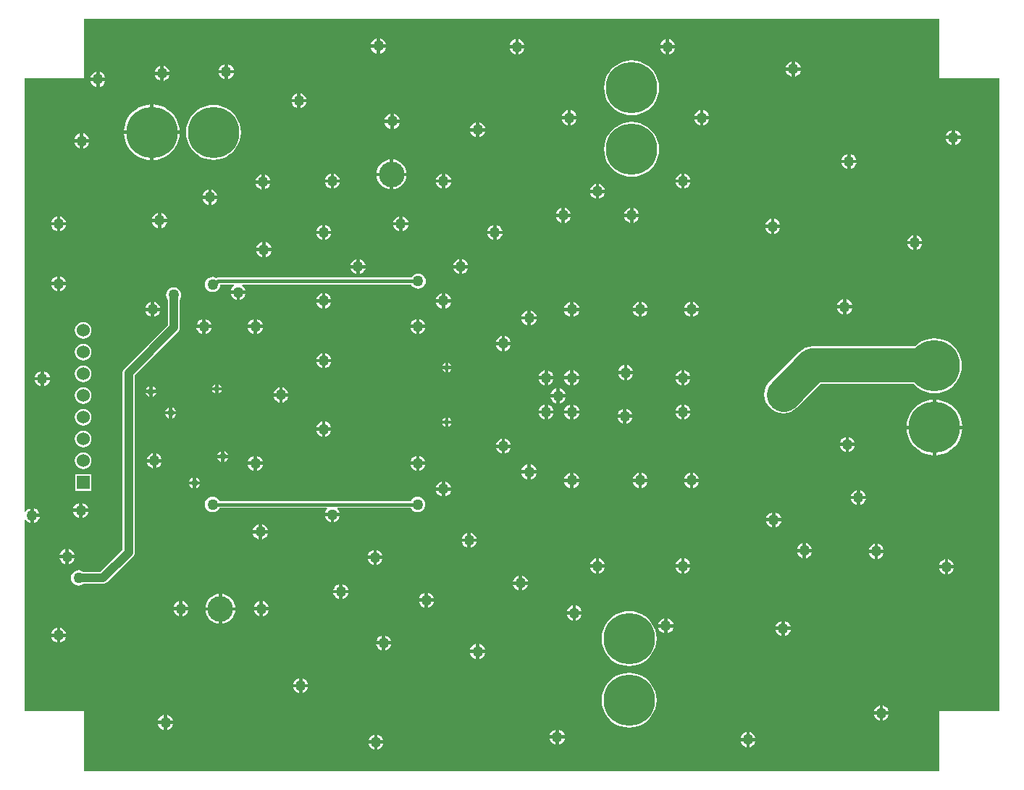
<source format=gbl>
G04*
G04 #@! TF.GenerationSoftware,Altium Limited,Altium Designer,19.1.8 (144)*
G04*
G04 Layer_Physical_Order=2*
G04 Layer_Color=16711680*
%FSLAX25Y25*%
%MOIN*%
G70*
G01*
G75*
%ADD38C,0.01575*%
%ADD39C,0.03937*%
%ADD45C,0.15748*%
%ADD46C,0.23622*%
%ADD47C,0.06000*%
%ADD48R,0.06000X0.06000*%
%ADD49C,0.11811*%
%ADD50C,0.02362*%
%ADD51C,0.05000*%
%ADD52C,0.03150*%
G36*
X425197Y322835D02*
X452756D01*
Y31496D01*
X425197D01*
Y3937D01*
X31496D01*
Y31496D01*
X3937D01*
Y119736D01*
X4388Y119875D01*
X4437Y119870D01*
X4984Y119157D01*
X5715Y118596D01*
X6567Y118244D01*
X6693Y118227D01*
Y121653D01*
Y125080D01*
X6567Y125063D01*
X5715Y124711D01*
X4984Y124150D01*
X4437Y123437D01*
X4388Y123432D01*
X3937Y123571D01*
Y322835D01*
X31496D01*
Y350394D01*
X425197D01*
Y322835D01*
D02*
G37*
%LPC*%
G36*
X167717Y341222D02*
Y338583D01*
X170356D01*
X170339Y338709D01*
X169986Y339560D01*
X169425Y340292D01*
X168694Y340852D01*
X167843Y341205D01*
X167717Y341222D01*
D02*
G37*
G36*
X166142D02*
X166016Y341205D01*
X165164Y340852D01*
X164433Y340292D01*
X163872Y339560D01*
X163519Y338709D01*
X163503Y338583D01*
X166142D01*
Y341222D01*
D02*
G37*
G36*
X300787Y340828D02*
Y338189D01*
X303427D01*
X303410Y338315D01*
X303057Y339167D01*
X302496Y339898D01*
X301765Y340459D01*
X300914Y340811D01*
X300787Y340828D01*
D02*
G37*
G36*
X299213D02*
X299086Y340811D01*
X298235Y340459D01*
X297504Y339898D01*
X296943Y339167D01*
X296590Y338315D01*
X296573Y338189D01*
X299213D01*
Y340828D01*
D02*
G37*
G36*
X231496D02*
Y338189D01*
X234135D01*
X234119Y338315D01*
X233766Y339167D01*
X233205Y339898D01*
X232474Y340459D01*
X231622Y340811D01*
X231496Y340828D01*
D02*
G37*
G36*
X229921D02*
X229795Y340811D01*
X228944Y340459D01*
X228212Y339898D01*
X227651Y339167D01*
X227299Y338315D01*
X227282Y338189D01*
X229921D01*
Y340828D01*
D02*
G37*
G36*
X170356Y337008D02*
X167717D01*
Y334369D01*
X167843Y334385D01*
X168694Y334738D01*
X169425Y335299D01*
X169986Y336030D01*
X170339Y336882D01*
X170356Y337008D01*
D02*
G37*
G36*
X166142D02*
X163503D01*
X163519Y336882D01*
X163872Y336030D01*
X164433Y335299D01*
X165164Y334738D01*
X166016Y334385D01*
X166142Y334369D01*
Y337008D01*
D02*
G37*
G36*
X303427Y336614D02*
X300787D01*
Y333975D01*
X300914Y333992D01*
X301765Y334344D01*
X302496Y334905D01*
X303057Y335636D01*
X303410Y336488D01*
X303427Y336614D01*
D02*
G37*
G36*
X299213D02*
X296573D01*
X296590Y336488D01*
X296943Y335636D01*
X297504Y334905D01*
X298235Y334344D01*
X299086Y333992D01*
X299213Y333975D01*
Y336614D01*
D02*
G37*
G36*
X234135D02*
X231496D01*
Y333975D01*
X231622Y333992D01*
X232474Y334344D01*
X233205Y334905D01*
X233766Y335636D01*
X234119Y336488D01*
X234135Y336614D01*
D02*
G37*
G36*
X229921D02*
X227282D01*
X227299Y336488D01*
X227651Y335636D01*
X228212Y334905D01*
X228944Y334344D01*
X229795Y333992D01*
X229921Y333975D01*
Y336614D01*
D02*
G37*
G36*
X358661Y330592D02*
Y327953D01*
X361301D01*
X361284Y328079D01*
X360931Y328930D01*
X360370Y329662D01*
X359639Y330223D01*
X358788Y330575D01*
X358661Y330592D01*
D02*
G37*
G36*
X357087D02*
X356960Y330575D01*
X356109Y330223D01*
X355378Y329662D01*
X354817Y328930D01*
X354464Y328079D01*
X354448Y327953D01*
X357087D01*
Y330592D01*
D02*
G37*
G36*
X97638Y329411D02*
Y326772D01*
X100277D01*
X100260Y326898D01*
X99908Y327749D01*
X99347Y328481D01*
X98615Y329042D01*
X97764Y329394D01*
X97638Y329411D01*
D02*
G37*
G36*
X96063D02*
X95937Y329394D01*
X95085Y329042D01*
X94354Y328481D01*
X93793Y327749D01*
X93441Y326898D01*
X93424Y326772D01*
X96063D01*
Y329411D01*
D02*
G37*
G36*
X68110Y328623D02*
Y325984D01*
X70749D01*
X70733Y326111D01*
X70380Y326962D01*
X69819Y327693D01*
X69088Y328254D01*
X68237Y328607D01*
X68110Y328623D01*
D02*
G37*
G36*
X66535D02*
X66409Y328607D01*
X65558Y328254D01*
X64827Y327693D01*
X64266Y326962D01*
X63913Y326111D01*
X63896Y325984D01*
X66535D01*
Y328623D01*
D02*
G37*
G36*
X361301Y326378D02*
X358661D01*
Y323739D01*
X358788Y323755D01*
X359639Y324108D01*
X360370Y324669D01*
X360931Y325400D01*
X361284Y326252D01*
X361301Y326378D01*
D02*
G37*
G36*
X357087D02*
X354448D01*
X354464Y326252D01*
X354817Y325400D01*
X355378Y324669D01*
X356109Y324108D01*
X356960Y323755D01*
X357087Y323739D01*
Y326378D01*
D02*
G37*
G36*
X38583Y325868D02*
Y323228D01*
X41222D01*
X41205Y323355D01*
X40852Y324206D01*
X40292Y324937D01*
X39560Y325498D01*
X38709Y325851D01*
X38583Y325868D01*
D02*
G37*
G36*
X37008D02*
X36882Y325851D01*
X36030Y325498D01*
X35299Y324937D01*
X34738Y324206D01*
X34385Y323355D01*
X34369Y323228D01*
X37008D01*
Y325868D01*
D02*
G37*
G36*
X100277Y325197D02*
X97638D01*
Y322558D01*
X97764Y322574D01*
X98615Y322927D01*
X99347Y323488D01*
X99908Y324219D01*
X100260Y325071D01*
X100277Y325197D01*
D02*
G37*
G36*
X96063D02*
X93424D01*
X93441Y325071D01*
X93793Y324219D01*
X94354Y323488D01*
X95085Y322927D01*
X95937Y322574D01*
X96063Y322558D01*
Y325197D01*
D02*
G37*
G36*
X70749Y324410D02*
X68110D01*
Y321770D01*
X68237Y321787D01*
X69088Y322140D01*
X69819Y322701D01*
X70380Y323432D01*
X70733Y324283D01*
X70749Y324410D01*
D02*
G37*
G36*
X66535D02*
X63896D01*
X63913Y324283D01*
X64266Y323432D01*
X64827Y322701D01*
X65558Y322140D01*
X66409Y321787D01*
X66535Y321770D01*
Y324410D01*
D02*
G37*
G36*
X41222Y321654D02*
X38583D01*
Y319014D01*
X38709Y319031D01*
X39560Y319384D01*
X40292Y319945D01*
X40852Y320676D01*
X41205Y321527D01*
X41222Y321654D01*
D02*
G37*
G36*
X37008D02*
X34369D01*
X34385Y321527D01*
X34738Y320676D01*
X35299Y319945D01*
X36030Y319384D01*
X36882Y319031D01*
X37008Y319014D01*
Y321654D01*
D02*
G37*
G36*
X131102Y316025D02*
Y313386D01*
X133741D01*
X133725Y313512D01*
X133372Y314364D01*
X132811Y315095D01*
X132080Y315656D01*
X131229Y316008D01*
X131102Y316025D01*
D02*
G37*
G36*
X129528D02*
X129401Y316008D01*
X128550Y315656D01*
X127819Y315095D01*
X127258Y314364D01*
X126905Y313512D01*
X126888Y313386D01*
X129528D01*
Y316025D01*
D02*
G37*
G36*
X133741Y311811D02*
X131102D01*
Y309172D01*
X131229Y309189D01*
X132080Y309541D01*
X132811Y310102D01*
X133372Y310833D01*
X133725Y311685D01*
X133741Y311811D01*
D02*
G37*
G36*
X129528D02*
X126888D01*
X126905Y311685D01*
X127258Y310833D01*
X127819Y310102D01*
X128550Y309541D01*
X129401Y309189D01*
X129528Y309172D01*
Y311811D01*
D02*
G37*
G36*
X283465Y331141D02*
X281488Y330986D01*
X279559Y330523D01*
X277727Y329764D01*
X276037Y328728D01*
X274529Y327440D01*
X273241Y325932D01*
X272205Y324241D01*
X271446Y322409D01*
X270983Y320481D01*
X270827Y318504D01*
X270983Y316527D01*
X271446Y314599D01*
X272205Y312767D01*
X273241Y311076D01*
X274529Y309568D01*
X276037Y308280D01*
X277727Y307244D01*
X279559Y306485D01*
X281488Y306022D01*
X283465Y305867D01*
X285441Y306022D01*
X287370Y306485D01*
X289202Y307244D01*
X290893Y308280D01*
X292401Y309568D01*
X293688Y311076D01*
X294725Y312767D01*
X295483Y314599D01*
X295946Y316527D01*
X296102Y318504D01*
X295946Y320481D01*
X295483Y322409D01*
X294725Y324241D01*
X293688Y325932D01*
X292401Y327440D01*
X290893Y328728D01*
X289202Y329764D01*
X287370Y330523D01*
X285441Y330986D01*
X283465Y331141D01*
D02*
G37*
G36*
X316535Y308151D02*
Y305512D01*
X319175D01*
X319158Y305638D01*
X318805Y306489D01*
X318244Y307221D01*
X317513Y307782D01*
X316662Y308134D01*
X316535Y308151D01*
D02*
G37*
G36*
X314961D02*
X314834Y308134D01*
X313983Y307782D01*
X313252Y307221D01*
X312691Y306489D01*
X312338Y305638D01*
X312321Y305512D01*
X314961D01*
Y308151D01*
D02*
G37*
G36*
X255512D02*
Y305512D01*
X258151D01*
X258134Y305638D01*
X257782Y306489D01*
X257221Y307221D01*
X256489Y307782D01*
X255638Y308134D01*
X255512Y308151D01*
D02*
G37*
G36*
X253937D02*
X253811Y308134D01*
X252959Y307782D01*
X252228Y307221D01*
X251667Y306489D01*
X251314Y305638D01*
X251298Y305512D01*
X253937D01*
Y308151D01*
D02*
G37*
G36*
X174016Y306576D02*
Y303937D01*
X176655D01*
X176638Y304063D01*
X176286Y304915D01*
X175725Y305646D01*
X174994Y306207D01*
X174142Y306559D01*
X174016Y306576D01*
D02*
G37*
G36*
X172441D02*
X172315Y306559D01*
X171463Y306207D01*
X170732Y305646D01*
X170171Y304915D01*
X169818Y304063D01*
X169802Y303937D01*
X172441D01*
Y306576D01*
D02*
G37*
G36*
X319175Y303937D02*
X316535D01*
Y301298D01*
X316662Y301314D01*
X317513Y301667D01*
X318244Y302228D01*
X318805Y302959D01*
X319158Y303811D01*
X319175Y303937D01*
D02*
G37*
G36*
X314961D02*
X312321D01*
X312338Y303811D01*
X312691Y302959D01*
X313252Y302228D01*
X313983Y301667D01*
X314834Y301314D01*
X314961Y301298D01*
Y303937D01*
D02*
G37*
G36*
X258151D02*
X255512D01*
Y301298D01*
X255638Y301314D01*
X256489Y301667D01*
X257221Y302228D01*
X257782Y302959D01*
X258134Y303811D01*
X258151Y303937D01*
D02*
G37*
G36*
X253937D02*
X251298D01*
X251314Y303811D01*
X251667Y302959D01*
X252228Y302228D01*
X252959Y301667D01*
X253811Y301314D01*
X253937Y301298D01*
Y303937D01*
D02*
G37*
G36*
X213386Y302639D02*
Y300000D01*
X216025D01*
X216008Y300126D01*
X215656Y300978D01*
X215095Y301709D01*
X214364Y302270D01*
X213512Y302623D01*
X213386Y302639D01*
D02*
G37*
G36*
X211811D02*
X211685Y302623D01*
X210833Y302270D01*
X210102Y301709D01*
X209541Y300978D01*
X209189Y300126D01*
X209172Y300000D01*
X211811D01*
Y302639D01*
D02*
G37*
G36*
X176655Y302362D02*
X174016D01*
Y299723D01*
X174142Y299740D01*
X174994Y300092D01*
X175725Y300653D01*
X176286Y301384D01*
X176638Y302236D01*
X176655Y302362D01*
D02*
G37*
G36*
X172441D02*
X169802D01*
X169818Y302236D01*
X170171Y301384D01*
X170732Y300653D01*
X171463Y300092D01*
X172315Y299740D01*
X172441Y299723D01*
Y302362D01*
D02*
G37*
G36*
X63386Y310820D02*
Y298819D01*
X75387D01*
X75291Y300042D01*
X74820Y302003D01*
X74048Y303866D01*
X72995Y305585D01*
X71685Y307118D01*
X70152Y308428D01*
X68432Y309482D01*
X66570Y310253D01*
X64609Y310724D01*
X63386Y310820D01*
D02*
G37*
G36*
X61811D02*
X60588Y310724D01*
X58627Y310253D01*
X56764Y309482D01*
X55045Y308428D01*
X53512Y307118D01*
X52202Y305585D01*
X51148Y303866D01*
X50377Y302003D01*
X49906Y300042D01*
X49810Y298819D01*
X61811D01*
Y310820D01*
D02*
G37*
G36*
X432283Y299096D02*
Y296457D01*
X434923D01*
X434906Y296583D01*
X434553Y297434D01*
X433992Y298165D01*
X433261Y298727D01*
X432410Y299079D01*
X432283Y299096D01*
D02*
G37*
G36*
X430709D02*
X430582Y299079D01*
X429731Y298727D01*
X429000Y298165D01*
X428439Y297434D01*
X428086Y296583D01*
X428069Y296457D01*
X430709D01*
Y299096D01*
D02*
G37*
G36*
X216025Y298425D02*
X213386D01*
Y295786D01*
X213512Y295803D01*
X214364Y296155D01*
X215095Y296716D01*
X215656Y297447D01*
X216008Y298299D01*
X216025Y298425D01*
D02*
G37*
G36*
X211811D02*
X209172D01*
X209189Y298299D01*
X209541Y297447D01*
X210102Y296716D01*
X210833Y296155D01*
X211685Y295803D01*
X211811Y295786D01*
Y298425D01*
D02*
G37*
G36*
X31102Y297521D02*
Y294882D01*
X33742D01*
X33725Y295008D01*
X33372Y295860D01*
X32811Y296591D01*
X32080Y297152D01*
X31229Y297504D01*
X31102Y297521D01*
D02*
G37*
G36*
X29528D02*
X29401Y297504D01*
X28550Y297152D01*
X27819Y296591D01*
X27258Y295860D01*
X26905Y295008D01*
X26888Y294882D01*
X29528D01*
Y297521D01*
D02*
G37*
G36*
X434923Y294882D02*
X432283D01*
Y292243D01*
X432410Y292259D01*
X433261Y292612D01*
X433992Y293173D01*
X434553Y293904D01*
X434906Y294756D01*
X434923Y294882D01*
D02*
G37*
G36*
X430709D02*
X428069D01*
X428086Y294756D01*
X428439Y293904D01*
X429000Y293173D01*
X429731Y292612D01*
X430582Y292259D01*
X430709Y292243D01*
Y294882D01*
D02*
G37*
G36*
X33742Y293307D02*
X31102D01*
Y290668D01*
X31229Y290685D01*
X32080Y291037D01*
X32811Y291598D01*
X33372Y292329D01*
X33725Y293181D01*
X33742Y293307D01*
D02*
G37*
G36*
X29528D02*
X26888D01*
X26905Y293181D01*
X27258Y292329D01*
X27819Y291598D01*
X28550Y291037D01*
X29401Y290685D01*
X29528Y290668D01*
Y293307D01*
D02*
G37*
G36*
X384252Y288072D02*
Y285433D01*
X386891D01*
X386875Y285559D01*
X386522Y286411D01*
X385961Y287142D01*
X385230Y287703D01*
X384378Y288056D01*
X384252Y288072D01*
D02*
G37*
G36*
X382677D02*
X382551Y288056D01*
X381699Y287703D01*
X380968Y287142D01*
X380407Y286411D01*
X380055Y285559D01*
X380038Y285433D01*
X382677D01*
Y288072D01*
D02*
G37*
G36*
X90945Y310669D02*
X88968Y310513D01*
X87040Y310050D01*
X85208Y309292D01*
X83517Y308255D01*
X82009Y306967D01*
X80721Y305460D01*
X79685Y303769D01*
X78926Y301937D01*
X78463Y300008D01*
X78307Y298031D01*
X78463Y296055D01*
X78926Y294126D01*
X79685Y292294D01*
X80721Y290603D01*
X82009Y289095D01*
X83517Y287808D01*
X85208Y286771D01*
X87040Y286013D01*
X88968Y285550D01*
X90945Y285394D01*
X92922Y285550D01*
X94850Y286013D01*
X96682Y286771D01*
X98373Y287808D01*
X99881Y289095D01*
X101169Y290603D01*
X102205Y292294D01*
X102964Y294126D01*
X103427Y296055D01*
X103582Y298031D01*
X103427Y300008D01*
X102964Y301937D01*
X102205Y303769D01*
X101169Y305460D01*
X99881Y306967D01*
X98373Y308255D01*
X96682Y309292D01*
X94850Y310050D01*
X92922Y310513D01*
X90945Y310669D01*
D02*
G37*
G36*
X61811Y297244D02*
X49810D01*
X49906Y296021D01*
X50377Y294060D01*
X51148Y292197D01*
X52202Y290478D01*
X53512Y288945D01*
X55045Y287635D01*
X56764Y286581D01*
X58627Y285810D01*
X60588Y285339D01*
X61811Y285243D01*
Y297244D01*
D02*
G37*
G36*
X75387D02*
X63386D01*
Y285243D01*
X64609Y285339D01*
X66570Y285810D01*
X68432Y286581D01*
X70152Y287635D01*
X71685Y288945D01*
X72995Y290478D01*
X74048Y292197D01*
X74820Y294060D01*
X75291Y296021D01*
X75387Y297244D01*
D02*
G37*
G36*
X386891Y283858D02*
X384252D01*
Y281219D01*
X384378Y281236D01*
X385230Y281588D01*
X385961Y282149D01*
X386522Y282881D01*
X386875Y283732D01*
X386891Y283858D01*
D02*
G37*
G36*
X382677D02*
X380038D01*
X380055Y283732D01*
X380407Y282881D01*
X380968Y282149D01*
X381699Y281588D01*
X382551Y281236D01*
X382677Y281219D01*
Y283858D01*
D02*
G37*
G36*
X173721Y285503D02*
Y279429D01*
X179794D01*
X179739Y279995D01*
X179344Y281297D01*
X178703Y282497D01*
X177840Y283548D01*
X176788Y284411D01*
X175589Y285052D01*
X174287Y285447D01*
X173721Y285503D01*
D02*
G37*
G36*
X172146D02*
X171579Y285447D01*
X170278Y285052D01*
X169078Y284411D01*
X168026Y283548D01*
X167164Y282497D01*
X166522Y281297D01*
X166128Y279995D01*
X166072Y279429D01*
X172146D01*
Y285503D01*
D02*
G37*
G36*
X283465Y302795D02*
X281488Y302639D01*
X279559Y302176D01*
X277727Y301417D01*
X276037Y300381D01*
X274529Y299094D01*
X273241Y297586D01*
X272205Y295895D01*
X271446Y294063D01*
X270983Y292134D01*
X270827Y290158D01*
X270983Y288181D01*
X271446Y286252D01*
X272205Y284420D01*
X273241Y282729D01*
X274529Y281222D01*
X276037Y279934D01*
X277727Y278898D01*
X279559Y278139D01*
X281488Y277676D01*
X283465Y277520D01*
X285441Y277676D01*
X287370Y278139D01*
X289202Y278898D01*
X290893Y279934D01*
X292401Y281222D01*
X293688Y282729D01*
X294725Y284420D01*
X295483Y286252D01*
X295946Y288181D01*
X296102Y290158D01*
X295946Y292134D01*
X295483Y294063D01*
X294725Y295895D01*
X293688Y297586D01*
X292401Y299094D01*
X290893Y300381D01*
X289202Y301417D01*
X287370Y302176D01*
X285441Y302639D01*
X283465Y302795D01*
D02*
G37*
G36*
X307874Y279017D02*
Y276378D01*
X310513D01*
X310496Y276504D01*
X310144Y277356D01*
X309583Y278087D01*
X308852Y278648D01*
X308000Y279000D01*
X307874Y279017D01*
D02*
G37*
G36*
X306299D02*
X306173Y279000D01*
X305322Y278648D01*
X304590Y278087D01*
X304029Y277356D01*
X303677Y276504D01*
X303660Y276378D01*
X306299D01*
Y279017D01*
D02*
G37*
G36*
X197638D02*
Y276378D01*
X200277D01*
X200260Y276504D01*
X199908Y277356D01*
X199347Y278087D01*
X198616Y278648D01*
X197764Y279000D01*
X197638Y279017D01*
D02*
G37*
G36*
X196063D02*
X195937Y279000D01*
X195085Y278648D01*
X194354Y278087D01*
X193793Y277356D01*
X193440Y276504D01*
X193424Y276378D01*
X196063D01*
Y279017D01*
D02*
G37*
G36*
X146457D02*
Y276378D01*
X149096D01*
X149079Y276504D01*
X148726Y277356D01*
X148166Y278087D01*
X147434Y278648D01*
X146583Y279000D01*
X146457Y279017D01*
D02*
G37*
G36*
X144882D02*
X144756Y279000D01*
X143904Y278648D01*
X143173Y278087D01*
X142612Y277356D01*
X142259Y276504D01*
X142243Y276378D01*
X144882D01*
Y279017D01*
D02*
G37*
G36*
X114567Y278623D02*
Y275984D01*
X117206D01*
X117189Y276111D01*
X116837Y276962D01*
X116276Y277693D01*
X115545Y278254D01*
X114693Y278607D01*
X114567Y278623D01*
D02*
G37*
G36*
X112992D02*
X112866Y278607D01*
X112014Y278254D01*
X111283Y277693D01*
X110722Y276962D01*
X110370Y276111D01*
X110353Y275984D01*
X112992D01*
Y278623D01*
D02*
G37*
G36*
X310513Y274803D02*
X307874D01*
Y272164D01*
X308000Y272181D01*
X308852Y272533D01*
X309583Y273094D01*
X310144Y273826D01*
X310496Y274677D01*
X310513Y274803D01*
D02*
G37*
G36*
X306299D02*
X303660D01*
X303677Y274677D01*
X304029Y273826D01*
X304590Y273094D01*
X305322Y272533D01*
X306173Y272181D01*
X306299Y272164D01*
Y274803D01*
D02*
G37*
G36*
X200277D02*
X197638D01*
Y272164D01*
X197764Y272181D01*
X198616Y272533D01*
X199347Y273094D01*
X199908Y273826D01*
X200260Y274677D01*
X200277Y274803D01*
D02*
G37*
G36*
X196063D02*
X193424D01*
X193440Y274677D01*
X193793Y273826D01*
X194354Y273094D01*
X195085Y272533D01*
X195937Y272181D01*
X196063Y272164D01*
Y274803D01*
D02*
G37*
G36*
X149096D02*
X146457D01*
Y272164D01*
X146583Y272181D01*
X147434Y272533D01*
X148166Y273094D01*
X148726Y273826D01*
X149079Y274677D01*
X149096Y274803D01*
D02*
G37*
G36*
X144882D02*
X142243D01*
X142259Y274677D01*
X142612Y273826D01*
X143173Y273094D01*
X143904Y272533D01*
X144756Y272181D01*
X144882Y272164D01*
Y274803D01*
D02*
G37*
G36*
X179794Y277854D02*
X173721D01*
Y271780D01*
X174287Y271836D01*
X175589Y272231D01*
X176788Y272872D01*
X177840Y273735D01*
X178703Y274787D01*
X179344Y275986D01*
X179739Y277288D01*
X179794Y277854D01*
D02*
G37*
G36*
X172146D02*
X166072D01*
X166128Y277288D01*
X166522Y275986D01*
X167164Y274787D01*
X168026Y273735D01*
X169078Y272872D01*
X170278Y272231D01*
X171579Y271836D01*
X172146Y271780D01*
Y277854D01*
D02*
G37*
G36*
X117206Y274410D02*
X114567D01*
Y271770D01*
X114693Y271787D01*
X115545Y272140D01*
X116276Y272701D01*
X116837Y273432D01*
X117189Y274283D01*
X117206Y274410D01*
D02*
G37*
G36*
X112992D02*
X110353D01*
X110370Y274283D01*
X110722Y273432D01*
X111283Y272701D01*
X112014Y272140D01*
X112866Y271787D01*
X112992Y271770D01*
Y274410D01*
D02*
G37*
G36*
X268504Y274293D02*
Y271654D01*
X271143D01*
X271127Y271780D01*
X270774Y272631D01*
X270213Y273362D01*
X269482Y273923D01*
X268630Y274276D01*
X268504Y274293D01*
D02*
G37*
G36*
X266929D02*
X266803Y274276D01*
X265951Y273923D01*
X265220Y273362D01*
X264659Y272631D01*
X264307Y271780D01*
X264290Y271654D01*
X266929D01*
Y274293D01*
D02*
G37*
G36*
X90158Y271537D02*
Y268898D01*
X92797D01*
X92780Y269024D01*
X92427Y269875D01*
X91866Y270606D01*
X91135Y271167D01*
X90284Y271520D01*
X90158Y271537D01*
D02*
G37*
G36*
X88583D02*
X88456Y271520D01*
X87605Y271167D01*
X86874Y270606D01*
X86313Y269875D01*
X85960Y269024D01*
X85944Y268898D01*
X88583D01*
Y271537D01*
D02*
G37*
G36*
X271143Y270079D02*
X268504D01*
Y267440D01*
X268630Y267456D01*
X269482Y267809D01*
X270213Y268370D01*
X270774Y269101D01*
X271127Y269953D01*
X271143Y270079D01*
D02*
G37*
G36*
X266929D02*
X264290D01*
X264307Y269953D01*
X264659Y269101D01*
X265220Y268370D01*
X265951Y267809D01*
X266803Y267456D01*
X266929Y267440D01*
Y270079D01*
D02*
G37*
G36*
X92797Y267323D02*
X90158D01*
Y264684D01*
X90284Y264700D01*
X91135Y265053D01*
X91866Y265614D01*
X92427Y266345D01*
X92780Y267197D01*
X92797Y267323D01*
D02*
G37*
G36*
X88583D02*
X85944D01*
X85960Y267197D01*
X86313Y266345D01*
X86874Y265614D01*
X87605Y265053D01*
X88456Y264700D01*
X88583Y264684D01*
Y267323D01*
D02*
G37*
G36*
X284252Y263269D02*
Y260630D01*
X286891D01*
X286875Y260756D01*
X286522Y261608D01*
X285961Y262339D01*
X285230Y262900D01*
X284378Y263252D01*
X284252Y263269D01*
D02*
G37*
G36*
X282677D02*
X282551Y263252D01*
X281699Y262900D01*
X280968Y262339D01*
X280407Y261608D01*
X280055Y260756D01*
X280038Y260630D01*
X282677D01*
Y263269D01*
D02*
G37*
G36*
X252756D02*
Y260630D01*
X255395D01*
X255378Y260756D01*
X255026Y261608D01*
X254465Y262339D01*
X253734Y262900D01*
X252882Y263252D01*
X252756Y263269D01*
D02*
G37*
G36*
X251181D02*
X251055Y263252D01*
X250203Y262900D01*
X249472Y262339D01*
X248911Y261608D01*
X248559Y260756D01*
X248542Y260630D01*
X251181D01*
Y263269D01*
D02*
G37*
G36*
X66929Y260907D02*
Y258268D01*
X69568D01*
X69552Y258394D01*
X69199Y259245D01*
X68638Y259977D01*
X67907Y260538D01*
X67055Y260890D01*
X66929Y260907D01*
D02*
G37*
G36*
X65354D02*
X65228Y260890D01*
X64377Y260538D01*
X63645Y259977D01*
X63085Y259245D01*
X62732Y258394D01*
X62715Y258268D01*
X65354D01*
Y260907D01*
D02*
G37*
G36*
X177953Y259332D02*
Y256693D01*
X180592D01*
X180575Y256819D01*
X180223Y257671D01*
X179662Y258402D01*
X178930Y258963D01*
X178079Y259315D01*
X177953Y259332D01*
D02*
G37*
G36*
X176378D02*
X176252Y259315D01*
X175400Y258963D01*
X174669Y258402D01*
X174108Y257671D01*
X173755Y256819D01*
X173739Y256693D01*
X176378D01*
Y259332D01*
D02*
G37*
G36*
X20472D02*
Y256693D01*
X23112D01*
X23095Y256819D01*
X22742Y257671D01*
X22181Y258402D01*
X21450Y258963D01*
X20599Y259315D01*
X20472Y259332D01*
D02*
G37*
G36*
X18898D02*
X18771Y259315D01*
X17920Y258963D01*
X17189Y258402D01*
X16628Y257671D01*
X16275Y256819D01*
X16259Y256693D01*
X18898D01*
Y259332D01*
D02*
G37*
G36*
X286891Y259055D02*
X284252D01*
Y256416D01*
X284378Y256433D01*
X285230Y256785D01*
X285961Y257346D01*
X286522Y258077D01*
X286875Y258929D01*
X286891Y259055D01*
D02*
G37*
G36*
X282677D02*
X280038D01*
X280055Y258929D01*
X280407Y258077D01*
X280968Y257346D01*
X281699Y256785D01*
X282551Y256433D01*
X282677Y256416D01*
Y259055D01*
D02*
G37*
G36*
X255395D02*
X252756D01*
Y256416D01*
X252882Y256433D01*
X253734Y256785D01*
X254465Y257346D01*
X255026Y258077D01*
X255378Y258929D01*
X255395Y259055D01*
D02*
G37*
G36*
X251181D02*
X248542D01*
X248559Y258929D01*
X248911Y258077D01*
X249472Y257346D01*
X250203Y256785D01*
X251055Y256433D01*
X251181Y256416D01*
Y259055D01*
D02*
G37*
G36*
X349213Y258151D02*
Y255512D01*
X351852D01*
X351835Y255638D01*
X351482Y256489D01*
X350921Y257221D01*
X350190Y257782D01*
X349339Y258134D01*
X349213Y258151D01*
D02*
G37*
G36*
X347638D02*
X347512Y258134D01*
X346660Y257782D01*
X345929Y257221D01*
X345368Y256489D01*
X345015Y255638D01*
X344999Y255512D01*
X347638D01*
Y258151D01*
D02*
G37*
G36*
X69568Y256693D02*
X66929D01*
Y254054D01*
X67055Y254070D01*
X67907Y254423D01*
X68638Y254984D01*
X69199Y255715D01*
X69552Y256567D01*
X69568Y256693D01*
D02*
G37*
G36*
X65354D02*
X62715D01*
X62732Y256567D01*
X63085Y255715D01*
X63645Y254984D01*
X64377Y254423D01*
X65228Y254070D01*
X65354Y254054D01*
Y256693D01*
D02*
G37*
G36*
X221260Y255395D02*
Y252756D01*
X223899D01*
X223882Y252882D01*
X223530Y253734D01*
X222969Y254465D01*
X222237Y255026D01*
X221386Y255378D01*
X221260Y255395D01*
D02*
G37*
G36*
X219685D02*
X219559Y255378D01*
X218707Y255026D01*
X217976Y254465D01*
X217415Y253734D01*
X217062Y252882D01*
X217046Y252756D01*
X219685D01*
Y255395D01*
D02*
G37*
G36*
X142520D02*
Y252756D01*
X145159D01*
X145142Y252882D01*
X144790Y253734D01*
X144228Y254465D01*
X143497Y255026D01*
X142646Y255378D01*
X142520Y255395D01*
D02*
G37*
G36*
X140945D02*
X140819Y255378D01*
X139967Y255026D01*
X139236Y254465D01*
X138675Y253734D01*
X138322Y252882D01*
X138306Y252756D01*
X140945D01*
Y255395D01*
D02*
G37*
G36*
X180592Y255118D02*
X177953D01*
Y252479D01*
X178079Y252496D01*
X178930Y252848D01*
X179662Y253409D01*
X180223Y254140D01*
X180575Y254992D01*
X180592Y255118D01*
D02*
G37*
G36*
X176378D02*
X173739D01*
X173755Y254992D01*
X174108Y254140D01*
X174669Y253409D01*
X175400Y252848D01*
X176252Y252496D01*
X176378Y252479D01*
Y255118D01*
D02*
G37*
G36*
X23112D02*
X20472D01*
Y252479D01*
X20599Y252496D01*
X21450Y252848D01*
X22181Y253409D01*
X22742Y254140D01*
X23095Y254992D01*
X23112Y255118D01*
D02*
G37*
G36*
X18898D02*
X16259D01*
X16275Y254992D01*
X16628Y254140D01*
X17189Y253409D01*
X17920Y252848D01*
X18771Y252496D01*
X18898Y252479D01*
Y255118D01*
D02*
G37*
G36*
X351852Y253937D02*
X349213D01*
Y251298D01*
X349339Y251314D01*
X350190Y251667D01*
X350921Y252228D01*
X351482Y252959D01*
X351835Y253811D01*
X351852Y253937D01*
D02*
G37*
G36*
X347638D02*
X344999D01*
X345015Y253811D01*
X345368Y252959D01*
X345929Y252228D01*
X346660Y251667D01*
X347512Y251314D01*
X347638Y251298D01*
Y253937D01*
D02*
G37*
G36*
X223899Y251181D02*
X221260D01*
Y248542D01*
X221386Y248559D01*
X222237Y248911D01*
X222969Y249472D01*
X223530Y250203D01*
X223882Y251055D01*
X223899Y251181D01*
D02*
G37*
G36*
X219685D02*
X217046D01*
X217062Y251055D01*
X217415Y250203D01*
X217976Y249472D01*
X218707Y248911D01*
X219559Y248559D01*
X219685Y248542D01*
Y251181D01*
D02*
G37*
G36*
X145159D02*
X142520D01*
Y248542D01*
X142646Y248559D01*
X143497Y248911D01*
X144228Y249472D01*
X144790Y250203D01*
X145142Y251055D01*
X145159Y251181D01*
D02*
G37*
G36*
X140945D02*
X138306D01*
X138322Y251055D01*
X138675Y250203D01*
X139236Y249472D01*
X139967Y248911D01*
X140819Y248559D01*
X140945Y248542D01*
Y251181D01*
D02*
G37*
G36*
X414567Y250671D02*
Y248031D01*
X417206D01*
X417189Y248158D01*
X416837Y249009D01*
X416276Y249740D01*
X415545Y250301D01*
X414693Y250654D01*
X414567Y250671D01*
D02*
G37*
G36*
X412992D02*
X412866Y250654D01*
X412014Y250301D01*
X411283Y249740D01*
X410722Y249009D01*
X410370Y248158D01*
X410353Y248031D01*
X412992D01*
Y250671D01*
D02*
G37*
G36*
X114961Y247521D02*
Y244882D01*
X117600D01*
X117583Y245008D01*
X117230Y245860D01*
X116669Y246591D01*
X115938Y247152D01*
X115087Y247504D01*
X114961Y247521D01*
D02*
G37*
G36*
X113386D02*
X113259Y247504D01*
X112408Y247152D01*
X111677Y246591D01*
X111116Y245860D01*
X110763Y245008D01*
X110747Y244882D01*
X113386D01*
Y247521D01*
D02*
G37*
G36*
X417206Y246457D02*
X414567D01*
Y243817D01*
X414693Y243834D01*
X415545Y244187D01*
X416276Y244748D01*
X416837Y245479D01*
X417189Y246330D01*
X417206Y246457D01*
D02*
G37*
G36*
X412992D02*
X410353D01*
X410370Y246330D01*
X410722Y245479D01*
X411283Y244748D01*
X412014Y244187D01*
X412866Y243834D01*
X412992Y243817D01*
Y246457D01*
D02*
G37*
G36*
X117600Y243307D02*
X114961D01*
Y240668D01*
X115087Y240685D01*
X115938Y241037D01*
X116669Y241598D01*
X117230Y242329D01*
X117583Y243181D01*
X117600Y243307D01*
D02*
G37*
G36*
X113386D02*
X110747D01*
X110763Y243181D01*
X111116Y242329D01*
X111677Y241598D01*
X112408Y241037D01*
X113259Y240685D01*
X113386Y240668D01*
Y243307D01*
D02*
G37*
G36*
X205512Y239647D02*
Y237008D01*
X208151D01*
X208134Y237134D01*
X207782Y237986D01*
X207221Y238717D01*
X206489Y239278D01*
X205638Y239630D01*
X205512Y239647D01*
D02*
G37*
G36*
X203937D02*
X203811Y239630D01*
X202959Y239278D01*
X202228Y238717D01*
X201667Y237986D01*
X201314Y237134D01*
X201298Y237008D01*
X203937D01*
Y239647D01*
D02*
G37*
G36*
X158268D02*
Y237008D01*
X160907D01*
X160890Y237134D01*
X160538Y237986D01*
X159976Y238717D01*
X159245Y239278D01*
X158394Y239630D01*
X158268Y239647D01*
D02*
G37*
G36*
X156693D02*
X156567Y239630D01*
X155715Y239278D01*
X154984Y238717D01*
X154423Y237986D01*
X154070Y237134D01*
X154054Y237008D01*
X156693D01*
Y239647D01*
D02*
G37*
G36*
X208151Y235433D02*
X205512D01*
Y232794D01*
X205638Y232811D01*
X206489Y233163D01*
X207221Y233724D01*
X207782Y234455D01*
X208134Y235307D01*
X208151Y235433D01*
D02*
G37*
G36*
X203937D02*
X201298D01*
X201314Y235307D01*
X201667Y234455D01*
X202228Y233724D01*
X202959Y233163D01*
X203811Y232811D01*
X203937Y232794D01*
Y235433D01*
D02*
G37*
G36*
X160907D02*
X158268D01*
Y232794D01*
X158394Y232811D01*
X159245Y233163D01*
X159976Y233724D01*
X160538Y234455D01*
X160890Y235307D01*
X160907Y235433D01*
D02*
G37*
G36*
X156693D02*
X154054D01*
X154070Y235307D01*
X154423Y234455D01*
X154984Y233724D01*
X155715Y233163D01*
X156567Y232811D01*
X156693Y232794D01*
Y235433D01*
D02*
G37*
G36*
X185138Y233058D02*
X184224Y232938D01*
X183373Y232585D01*
X182642Y232024D01*
X182081Y231293D01*
X182015Y231133D01*
X93033D01*
X93033Y231133D01*
X92419Y231011D01*
X92377Y230983D01*
X92316Y231030D01*
X91465Y231382D01*
X90551Y231503D01*
X89638Y231382D01*
X88786Y231030D01*
X88055Y230469D01*
X87494Y229738D01*
X87141Y228886D01*
X87021Y227972D01*
X87141Y227059D01*
X87494Y226207D01*
X88055Y225476D01*
X88786Y224915D01*
X89638Y224563D01*
X90551Y224442D01*
X91465Y224563D01*
X92316Y224915D01*
X93047Y225476D01*
X93608Y226207D01*
X93961Y227059D01*
X94075Y227922D01*
X100399D01*
X100528Y227627D01*
X100539Y227422D01*
X99866Y226906D01*
X99305Y226174D01*
X98952Y225323D01*
X98936Y225197D01*
X105789D01*
X105772Y225323D01*
X105419Y226174D01*
X104858Y226906D01*
X104186Y227422D01*
X104197Y227627D01*
X104325Y227922D01*
X182015D01*
X182081Y227763D01*
X182642Y227031D01*
X183373Y226470D01*
X184224Y226118D01*
X185138Y225997D01*
X186051Y226118D01*
X186903Y226470D01*
X187634Y227031D01*
X188195Y227763D01*
X188548Y228614D01*
X188668Y229528D01*
X188548Y230441D01*
X188195Y231293D01*
X187634Y232024D01*
X186903Y232585D01*
X186051Y232938D01*
X185138Y233058D01*
D02*
G37*
G36*
X20472Y231773D02*
Y229134D01*
X23112D01*
X23095Y229260D01*
X22742Y230112D01*
X22181Y230843D01*
X21450Y231404D01*
X20599Y231756D01*
X20472Y231773D01*
D02*
G37*
G36*
X18898D02*
X18771Y231756D01*
X17920Y231404D01*
X17189Y230843D01*
X16628Y230112D01*
X16275Y229260D01*
X16259Y229134D01*
X18898D01*
Y231773D01*
D02*
G37*
G36*
X23112Y227559D02*
X20472D01*
Y224920D01*
X20599Y224937D01*
X21450Y225289D01*
X22181Y225850D01*
X22742Y226581D01*
X23095Y227433D01*
X23112Y227559D01*
D02*
G37*
G36*
X18898D02*
X16259D01*
X16275Y227433D01*
X16628Y226581D01*
X17189Y225850D01*
X17920Y225289D01*
X18771Y224937D01*
X18898Y224920D01*
Y227559D01*
D02*
G37*
G36*
X197638Y223899D02*
Y221260D01*
X200277D01*
X200260Y221386D01*
X199908Y222237D01*
X199347Y222969D01*
X198616Y223530D01*
X197764Y223882D01*
X197638Y223899D01*
D02*
G37*
G36*
X196063D02*
X195937Y223882D01*
X195085Y223530D01*
X194354Y222969D01*
X193793Y222237D01*
X193440Y221386D01*
X193424Y221260D01*
X196063D01*
Y223899D01*
D02*
G37*
G36*
X142520D02*
Y221260D01*
X145159D01*
X145142Y221386D01*
X144790Y222237D01*
X144228Y222969D01*
X143497Y223530D01*
X142646Y223882D01*
X142520Y223899D01*
D02*
G37*
G36*
X140945D02*
X140819Y223882D01*
X139967Y223530D01*
X139236Y222969D01*
X138675Y222237D01*
X138322Y221386D01*
X138306Y221260D01*
X140945D01*
Y223899D01*
D02*
G37*
G36*
X105789Y223622D02*
X103150D01*
Y220983D01*
X103276Y221000D01*
X104127Y221352D01*
X104858Y221913D01*
X105419Y222644D01*
X105772Y223496D01*
X105789Y223622D01*
D02*
G37*
G36*
X101575D02*
X98936D01*
X98952Y223496D01*
X99305Y222644D01*
X99866Y221913D01*
X100597Y221352D01*
X101449Y221000D01*
X101575Y220983D01*
Y223622D01*
D02*
G37*
G36*
X382283Y221143D02*
Y218504D01*
X384923D01*
X384906Y218630D01*
X384553Y219482D01*
X383992Y220213D01*
X383261Y220774D01*
X382410Y221127D01*
X382283Y221143D01*
D02*
G37*
G36*
X380709D02*
X380582Y221127D01*
X379731Y220774D01*
X379000Y220213D01*
X378439Y219482D01*
X378086Y218630D01*
X378069Y218504D01*
X380709D01*
Y221143D01*
D02*
G37*
G36*
X311811Y219962D02*
Y217323D01*
X314450D01*
X314434Y217449D01*
X314081Y218301D01*
X313520Y219032D01*
X312789Y219593D01*
X311937Y219945D01*
X311811Y219962D01*
D02*
G37*
G36*
X310236D02*
X310110Y219945D01*
X309259Y219593D01*
X308527Y219032D01*
X307966Y218301D01*
X307614Y217449D01*
X307597Y217323D01*
X310236D01*
Y219962D01*
D02*
G37*
G36*
X288189D02*
Y217323D01*
X290828D01*
X290811Y217449D01*
X290459Y218301D01*
X289898Y219032D01*
X289167Y219593D01*
X288315Y219945D01*
X288189Y219962D01*
D02*
G37*
G36*
X286614D02*
X286488Y219945D01*
X285636Y219593D01*
X284905Y219032D01*
X284344Y218301D01*
X283992Y217449D01*
X283975Y217323D01*
X286614D01*
Y219962D01*
D02*
G37*
G36*
X256693D02*
Y217323D01*
X259332D01*
X259315Y217449D01*
X258963Y218301D01*
X258402Y219032D01*
X257671Y219593D01*
X256819Y219945D01*
X256693Y219962D01*
D02*
G37*
G36*
X255118D02*
X254992Y219945D01*
X254140Y219593D01*
X253409Y219032D01*
X252848Y218301D01*
X252496Y217449D01*
X252479Y217323D01*
X255118D01*
Y219962D01*
D02*
G37*
G36*
X63779D02*
Y217323D01*
X66419D01*
X66402Y217449D01*
X66049Y218301D01*
X65488Y219032D01*
X64757Y219593D01*
X63906Y219945D01*
X63779Y219962D01*
D02*
G37*
G36*
X62205D02*
X62078Y219945D01*
X61227Y219593D01*
X60496Y219032D01*
X59935Y218301D01*
X59582Y217449D01*
X59566Y217323D01*
X62205D01*
Y219962D01*
D02*
G37*
G36*
X200277Y219685D02*
X197638D01*
Y217046D01*
X197764Y217062D01*
X198616Y217415D01*
X199347Y217976D01*
X199908Y218707D01*
X200260Y219559D01*
X200277Y219685D01*
D02*
G37*
G36*
X196063D02*
X193424D01*
X193440Y219559D01*
X193793Y218707D01*
X194354Y217976D01*
X195085Y217415D01*
X195937Y217062D01*
X196063Y217046D01*
Y219685D01*
D02*
G37*
G36*
X145159D02*
X142520D01*
Y217046D01*
X142646Y217062D01*
X143497Y217415D01*
X144228Y217976D01*
X144790Y218707D01*
X145142Y219559D01*
X145159Y219685D01*
D02*
G37*
G36*
X140945D02*
X138306D01*
X138322Y219559D01*
X138675Y218707D01*
X139236Y217976D01*
X139967Y217415D01*
X140819Y217062D01*
X140945Y217046D01*
Y219685D01*
D02*
G37*
G36*
X384923Y216929D02*
X382283D01*
Y214290D01*
X382410Y214307D01*
X383261Y214659D01*
X383992Y215220D01*
X384553Y215951D01*
X384906Y216803D01*
X384923Y216929D01*
D02*
G37*
G36*
X380709D02*
X378069D01*
X378086Y216803D01*
X378439Y215951D01*
X379000Y215220D01*
X379731Y214659D01*
X380582Y214307D01*
X380709Y214290D01*
Y216929D01*
D02*
G37*
G36*
X237008Y216025D02*
Y213386D01*
X239647D01*
X239630Y213512D01*
X239278Y214364D01*
X238717Y215095D01*
X237986Y215656D01*
X237134Y216008D01*
X237008Y216025D01*
D02*
G37*
G36*
X235433D02*
X235307Y216008D01*
X234455Y215656D01*
X233724Y215095D01*
X233163Y214364D01*
X232811Y213512D01*
X232794Y213386D01*
X235433D01*
Y216025D01*
D02*
G37*
G36*
X314450Y215748D02*
X311811D01*
Y213109D01*
X311937Y213125D01*
X312789Y213478D01*
X313520Y214039D01*
X314081Y214770D01*
X314434Y215622D01*
X314450Y215748D01*
D02*
G37*
G36*
X310236D02*
X307597D01*
X307614Y215622D01*
X307966Y214770D01*
X308527Y214039D01*
X309259Y213478D01*
X310110Y213125D01*
X310236Y213109D01*
Y215748D01*
D02*
G37*
G36*
X290828D02*
X288189D01*
Y213109D01*
X288315Y213125D01*
X289167Y213478D01*
X289898Y214039D01*
X290459Y214770D01*
X290811Y215622D01*
X290828Y215748D01*
D02*
G37*
G36*
X286614D02*
X283975D01*
X283992Y215622D01*
X284344Y214770D01*
X284905Y214039D01*
X285636Y213478D01*
X286488Y213125D01*
X286614Y213109D01*
Y215748D01*
D02*
G37*
G36*
X259332D02*
X256693D01*
Y213109D01*
X256819Y213125D01*
X257671Y213478D01*
X258402Y214039D01*
X258963Y214770D01*
X259315Y215622D01*
X259332Y215748D01*
D02*
G37*
G36*
X255118D02*
X252479D01*
X252496Y215622D01*
X252848Y214770D01*
X253409Y214039D01*
X254140Y213478D01*
X254992Y213125D01*
X255118Y213109D01*
Y215748D01*
D02*
G37*
G36*
X66419D02*
X63779D01*
Y213109D01*
X63906Y213125D01*
X64757Y213478D01*
X65488Y214039D01*
X66049Y214770D01*
X66402Y215622D01*
X66419Y215748D01*
D02*
G37*
G36*
X62205D02*
X59566D01*
X59582Y215622D01*
X59935Y214770D01*
X60496Y214039D01*
X61227Y213478D01*
X62078Y213125D01*
X62205Y213109D01*
Y215748D01*
D02*
G37*
G36*
X185827Y212088D02*
Y209449D01*
X188466D01*
X188449Y209575D01*
X188097Y210426D01*
X187536Y211158D01*
X186804Y211719D01*
X185953Y212071D01*
X185827Y212088D01*
D02*
G37*
G36*
X184252D02*
X184126Y212071D01*
X183274Y211719D01*
X182543Y211158D01*
X181982Y210426D01*
X181630Y209575D01*
X181613Y209449D01*
X184252D01*
Y212088D01*
D02*
G37*
G36*
X111024D02*
Y209449D01*
X113663D01*
X113646Y209575D01*
X113294Y210426D01*
X112732Y211158D01*
X112001Y211719D01*
X111150Y212071D01*
X111024Y212088D01*
D02*
G37*
G36*
X109449D02*
X109323Y212071D01*
X108471Y211719D01*
X107740Y211158D01*
X107179Y210426D01*
X106826Y209575D01*
X106810Y209449D01*
X109449D01*
Y212088D01*
D02*
G37*
G36*
X87402D02*
Y209449D01*
X90041D01*
X90024Y209575D01*
X89671Y210426D01*
X89110Y211158D01*
X88379Y211719D01*
X87528Y212071D01*
X87402Y212088D01*
D02*
G37*
G36*
X85827D02*
X85701Y212071D01*
X84849Y211719D01*
X84118Y211158D01*
X83557Y210426D01*
X83204Y209575D01*
X83188Y209449D01*
X85827D01*
Y212088D01*
D02*
G37*
G36*
X239647Y211811D02*
X237008D01*
Y209172D01*
X237134Y209189D01*
X237986Y209541D01*
X238717Y210102D01*
X239278Y210833D01*
X239630Y211685D01*
X239647Y211811D01*
D02*
G37*
G36*
X235433D02*
X232794D01*
X232811Y211685D01*
X233163Y210833D01*
X233724Y210102D01*
X234455Y209541D01*
X235307Y209189D01*
X235433Y209172D01*
Y211811D01*
D02*
G37*
G36*
X188466Y207874D02*
X185827D01*
Y205235D01*
X185953Y205252D01*
X186804Y205604D01*
X187536Y206165D01*
X188097Y206896D01*
X188449Y207748D01*
X188466Y207874D01*
D02*
G37*
G36*
X184252D02*
X181613D01*
X181630Y207748D01*
X181982Y206896D01*
X182543Y206165D01*
X183274Y205604D01*
X184126Y205252D01*
X184252Y205235D01*
Y207874D01*
D02*
G37*
G36*
X113663D02*
X111024D01*
Y205235D01*
X111150Y205252D01*
X112001Y205604D01*
X112732Y206165D01*
X113294Y206896D01*
X113646Y207748D01*
X113663Y207874D01*
D02*
G37*
G36*
X109449D02*
X106810D01*
X106826Y207748D01*
X107179Y206896D01*
X107740Y206165D01*
X108471Y205604D01*
X109323Y205252D01*
X109449Y205235D01*
Y207874D01*
D02*
G37*
G36*
X90041D02*
X87402D01*
Y205235D01*
X87528Y205252D01*
X88379Y205604D01*
X89110Y206165D01*
X89671Y206896D01*
X90024Y207748D01*
X90041Y207874D01*
D02*
G37*
G36*
X85827D02*
X83188D01*
X83204Y207748D01*
X83557Y206896D01*
X84118Y206165D01*
X84849Y205604D01*
X85701Y205252D01*
X85827Y205235D01*
Y207874D01*
D02*
G37*
G36*
X31004Y210690D02*
X30015Y210560D01*
X29094Y210178D01*
X28303Y209571D01*
X27696Y208780D01*
X27314Y207859D01*
X27184Y206870D01*
X27314Y205881D01*
X27696Y204960D01*
X28303Y204169D01*
X29094Y203562D01*
X30015Y203180D01*
X31004Y203050D01*
X31993Y203180D01*
X32914Y203562D01*
X33705Y204169D01*
X34312Y204960D01*
X34694Y205881D01*
X34824Y206870D01*
X34694Y207859D01*
X34312Y208780D01*
X33705Y209571D01*
X32914Y210178D01*
X31993Y210560D01*
X31004Y210690D01*
D02*
G37*
G36*
X225197Y204214D02*
Y201575D01*
X227836D01*
X227819Y201701D01*
X227467Y202553D01*
X226906Y203284D01*
X226174Y203845D01*
X225323Y204197D01*
X225197Y204214D01*
D02*
G37*
G36*
X223622D02*
X223496Y204197D01*
X222644Y203845D01*
X221913Y203284D01*
X221352Y202553D01*
X221000Y201701D01*
X220983Y201575D01*
X223622D01*
Y204214D01*
D02*
G37*
G36*
X422835Y203189D02*
X420858Y203033D01*
X418929Y202570D01*
X417097Y201811D01*
X415407Y200775D01*
X413972Y199550D01*
X366733D01*
X366732Y199550D01*
X365034Y199383D01*
X363402Y198887D01*
X361897Y198083D01*
X360578Y197001D01*
X347094Y183516D01*
X346011Y182197D01*
X345207Y180693D01*
X344712Y179060D01*
X344545Y177362D01*
X344712Y175664D01*
X345207Y174032D01*
X346011Y172527D01*
X347094Y171208D01*
X348413Y170126D01*
X349917Y169321D01*
X351550Y168826D01*
X353248Y168659D01*
X354946Y168826D01*
X356579Y169321D01*
X358083Y170126D01*
X359402Y171208D01*
X370337Y182143D01*
X413448D01*
X413899Y181615D01*
X415407Y180327D01*
X417097Y179291D01*
X418929Y178532D01*
X420858Y178069D01*
X422835Y177914D01*
X424812Y178069D01*
X426740Y178532D01*
X428572Y179291D01*
X430263Y180327D01*
X431771Y181615D01*
X433059Y183123D01*
X434095Y184814D01*
X434854Y186646D01*
X435316Y188574D01*
X435472Y190551D01*
X435316Y192528D01*
X434854Y194456D01*
X434095Y196288D01*
X433059Y197979D01*
X431771Y199487D01*
X430263Y200775D01*
X428572Y201811D01*
X426740Y202570D01*
X424812Y203033D01*
X422835Y203189D01*
D02*
G37*
G36*
X227836Y200000D02*
X225197D01*
Y197361D01*
X225323Y197378D01*
X226174Y197730D01*
X226906Y198291D01*
X227467Y199022D01*
X227819Y199874D01*
X227836Y200000D01*
D02*
G37*
G36*
X223622D02*
X220983D01*
X221000Y199874D01*
X221352Y199022D01*
X221913Y198291D01*
X222644Y197730D01*
X223496Y197378D01*
X223622Y197361D01*
Y200000D01*
D02*
G37*
G36*
X142520Y196340D02*
Y193701D01*
X145159D01*
X145142Y193827D01*
X144790Y194678D01*
X144228Y195410D01*
X143497Y195971D01*
X142646Y196323D01*
X142520Y196340D01*
D02*
G37*
G36*
X140945D02*
X140819Y196323D01*
X139967Y195971D01*
X139236Y195410D01*
X138675Y194678D01*
X138322Y193827D01*
X138306Y193701D01*
X140945D01*
Y196340D01*
D02*
G37*
G36*
X31004Y200690D02*
X30015Y200560D01*
X29094Y200178D01*
X28303Y199571D01*
X27696Y198780D01*
X27314Y197859D01*
X27184Y196870D01*
X27314Y195881D01*
X27696Y194960D01*
X28303Y194169D01*
X29094Y193562D01*
X30015Y193180D01*
X31004Y193050D01*
X31993Y193180D01*
X32914Y193562D01*
X33705Y194169D01*
X34312Y194960D01*
X34694Y195881D01*
X34824Y196870D01*
X34694Y197859D01*
X34312Y198780D01*
X33705Y199571D01*
X32914Y200178D01*
X31993Y200560D01*
X31004Y200690D01*
D02*
G37*
G36*
X199213Y191831D02*
Y190551D01*
X200492D01*
X200480Y190615D01*
X199998Y191336D01*
X199276Y191818D01*
X199213Y191831D01*
D02*
G37*
G36*
X197638D02*
X197574Y191818D01*
X196853Y191336D01*
X196371Y190615D01*
X196358Y190551D01*
X197638D01*
Y191831D01*
D02*
G37*
G36*
X145159Y192126D02*
X142520D01*
Y189487D01*
X142646Y189504D01*
X143497Y189856D01*
X144228Y190417D01*
X144790Y191148D01*
X145142Y192000D01*
X145159Y192126D01*
D02*
G37*
G36*
X140945D02*
X138306D01*
X138322Y192000D01*
X138675Y191148D01*
X139236Y190417D01*
X139967Y189856D01*
X140819Y189504D01*
X140945Y189487D01*
Y192126D01*
D02*
G37*
G36*
X281496Y190828D02*
Y188189D01*
X284135D01*
X284119Y188315D01*
X283766Y189167D01*
X283205Y189898D01*
X282474Y190459D01*
X281622Y190812D01*
X281496Y190828D01*
D02*
G37*
G36*
X279921D02*
X279795Y190812D01*
X278944Y190459D01*
X278212Y189898D01*
X277651Y189167D01*
X277299Y188315D01*
X277282Y188189D01*
X279921D01*
Y190828D01*
D02*
G37*
G36*
X200492Y188976D02*
X199213D01*
Y187697D01*
X199276Y187709D01*
X199998Y188191D01*
X200480Y188913D01*
X200492Y188976D01*
D02*
G37*
G36*
X197638D02*
X196358D01*
X196371Y188913D01*
X196853Y188191D01*
X197574Y187709D01*
X197638Y187697D01*
Y188976D01*
D02*
G37*
G36*
X307874Y188466D02*
Y185827D01*
X310513D01*
X310496Y185953D01*
X310144Y186804D01*
X309583Y187536D01*
X308852Y188097D01*
X308000Y188449D01*
X307874Y188466D01*
D02*
G37*
G36*
X306299D02*
X306173Y188449D01*
X305322Y188097D01*
X304590Y187536D01*
X304029Y186804D01*
X303677Y185953D01*
X303660Y185827D01*
X306299D01*
Y188466D01*
D02*
G37*
G36*
X256693D02*
Y185827D01*
X259332D01*
X259315Y185953D01*
X258963Y186804D01*
X258402Y187536D01*
X257671Y188097D01*
X256819Y188449D01*
X256693Y188466D01*
D02*
G37*
G36*
X255118D02*
X254992Y188449D01*
X254140Y188097D01*
X253409Y187536D01*
X252848Y186804D01*
X252496Y185953D01*
X252479Y185827D01*
X255118D01*
Y188466D01*
D02*
G37*
G36*
X244882D02*
Y185827D01*
X247521D01*
X247504Y185953D01*
X247152Y186804D01*
X246591Y187536D01*
X245860Y188097D01*
X245008Y188449D01*
X244882Y188466D01*
D02*
G37*
G36*
X243307D02*
X243181Y188449D01*
X242329Y188097D01*
X241598Y187536D01*
X241037Y186804D01*
X240685Y185953D01*
X240668Y185827D01*
X243307D01*
Y188466D01*
D02*
G37*
G36*
X12992Y188072D02*
Y185433D01*
X15631D01*
X15615Y185559D01*
X15262Y186411D01*
X14701Y187142D01*
X13970Y187703D01*
X13118Y188056D01*
X12992Y188072D01*
D02*
G37*
G36*
X11417D02*
X11291Y188056D01*
X10440Y187703D01*
X9708Y187142D01*
X9148Y186411D01*
X8795Y185559D01*
X8778Y185433D01*
X11417D01*
Y188072D01*
D02*
G37*
G36*
X284135Y186614D02*
X281496D01*
Y183975D01*
X281622Y183992D01*
X282474Y184344D01*
X283205Y184905D01*
X283766Y185636D01*
X284119Y186488D01*
X284135Y186614D01*
D02*
G37*
G36*
X279921D02*
X277282D01*
X277299Y186488D01*
X277651Y185636D01*
X278212Y184905D01*
X278944Y184344D01*
X279795Y183992D01*
X279921Y183975D01*
Y186614D01*
D02*
G37*
G36*
X31004Y190690D02*
X30015Y190560D01*
X29094Y190178D01*
X28303Y189571D01*
X27696Y188780D01*
X27314Y187859D01*
X27184Y186870D01*
X27314Y185881D01*
X27696Y184960D01*
X28303Y184169D01*
X29094Y183562D01*
X30015Y183180D01*
X31004Y183050D01*
X31993Y183180D01*
X32914Y183562D01*
X33705Y184169D01*
X34312Y184960D01*
X34694Y185881D01*
X34824Y186870D01*
X34694Y187859D01*
X34312Y188780D01*
X33705Y189571D01*
X32914Y190178D01*
X31993Y190560D01*
X31004Y190690D01*
D02*
G37*
G36*
X310513Y184252D02*
X307874D01*
Y181613D01*
X308000Y181630D01*
X308852Y181982D01*
X309583Y182543D01*
X310144Y183274D01*
X310496Y184126D01*
X310513Y184252D01*
D02*
G37*
G36*
X306299D02*
X303660D01*
X303677Y184126D01*
X304029Y183274D01*
X304590Y182543D01*
X305322Y181982D01*
X306173Y181630D01*
X306299Y181613D01*
Y184252D01*
D02*
G37*
G36*
X259332D02*
X256693D01*
Y181613D01*
X256819Y181630D01*
X257671Y181982D01*
X258402Y182543D01*
X258963Y183274D01*
X259315Y184126D01*
X259332Y184252D01*
D02*
G37*
G36*
X255118D02*
X252479D01*
X252496Y184126D01*
X252848Y183274D01*
X253409Y182543D01*
X254140Y181982D01*
X254992Y181630D01*
X255118Y181613D01*
Y184252D01*
D02*
G37*
G36*
X247521D02*
X244882D01*
Y181613D01*
X245008Y181630D01*
X245860Y181982D01*
X246591Y182543D01*
X247152Y183274D01*
X247504Y184126D01*
X247521Y184252D01*
D02*
G37*
G36*
X243307D02*
X240668D01*
X240685Y184126D01*
X241037Y183274D01*
X241598Y182543D01*
X242329Y181982D01*
X243181Y181630D01*
X243307Y181613D01*
Y184252D01*
D02*
G37*
G36*
X15631Y183858D02*
X12992D01*
Y181219D01*
X13118Y181236D01*
X13970Y181588D01*
X14701Y182149D01*
X15262Y182881D01*
X15615Y183732D01*
X15631Y183858D01*
D02*
G37*
G36*
X11417D02*
X8778D01*
X8795Y183732D01*
X9148Y182881D01*
X9708Y182149D01*
X10440Y181588D01*
X11291Y181236D01*
X11417Y181219D01*
Y183858D01*
D02*
G37*
G36*
X93307Y181989D02*
Y180709D01*
X94587D01*
X94574Y180772D01*
X94092Y181494D01*
X93371Y181976D01*
X93307Y181989D01*
D02*
G37*
G36*
X91732D02*
X91669Y181976D01*
X90947Y181494D01*
X90465Y180772D01*
X90452Y180709D01*
X91732D01*
Y181989D01*
D02*
G37*
G36*
X62992Y181201D02*
Y179528D01*
X64666D01*
X64454Y180039D01*
X64041Y180577D01*
X63503Y180989D01*
X62992Y181201D01*
D02*
G37*
G36*
X61417D02*
X60906Y180989D01*
X60368Y180577D01*
X59956Y180039D01*
X59744Y179528D01*
X61417D01*
Y181201D01*
D02*
G37*
G36*
X122835Y180592D02*
Y177953D01*
X125474D01*
X125457Y178079D01*
X125104Y178930D01*
X124543Y179662D01*
X123812Y180223D01*
X122961Y180575D01*
X122835Y180592D01*
D02*
G37*
G36*
X121260D02*
X121134Y180575D01*
X120282Y180223D01*
X119551Y179662D01*
X118990Y178930D01*
X118637Y178079D01*
X118621Y177953D01*
X121260D01*
Y180592D01*
D02*
G37*
G36*
X94587Y179134D02*
X93307D01*
Y177854D01*
X93371Y177867D01*
X94092Y178349D01*
X94574Y179070D01*
X94587Y179134D01*
D02*
G37*
G36*
X91732D02*
X90452D01*
X90465Y179070D01*
X90947Y178349D01*
X91669Y177867D01*
X91732Y177854D01*
Y179134D01*
D02*
G37*
G36*
X250394Y180198D02*
Y177559D01*
X253033D01*
X253016Y177685D01*
X252663Y178537D01*
X252102Y179268D01*
X251371Y179829D01*
X250520Y180182D01*
X250394Y180198D01*
D02*
G37*
G36*
X248819D02*
X248693Y180182D01*
X247841Y179829D01*
X247110Y179268D01*
X246549Y178537D01*
X246196Y177685D01*
X246180Y177559D01*
X248819D01*
Y180198D01*
D02*
G37*
G36*
X64666Y177953D02*
X62992D01*
Y176279D01*
X63503Y176491D01*
X64041Y176904D01*
X64454Y177442D01*
X64666Y177953D01*
D02*
G37*
G36*
X61417D02*
X59744D01*
X59956Y177442D01*
X60368Y176904D01*
X60906Y176491D01*
X61417Y176279D01*
Y177953D01*
D02*
G37*
G36*
X125474Y176378D02*
X122835D01*
Y173739D01*
X122961Y173755D01*
X123812Y174108D01*
X124543Y174669D01*
X125104Y175400D01*
X125457Y176252D01*
X125474Y176378D01*
D02*
G37*
G36*
X121260D02*
X118621D01*
X118637Y176252D01*
X118990Y175400D01*
X119551Y174669D01*
X120282Y174108D01*
X121134Y173755D01*
X121260Y173739D01*
Y176378D01*
D02*
G37*
G36*
X253033Y175984D02*
X250394D01*
Y173345D01*
X250520Y173362D01*
X251371Y173714D01*
X252102Y174275D01*
X252663Y175006D01*
X253016Y175858D01*
X253033Y175984D01*
D02*
G37*
G36*
X248819D02*
X246180D01*
X246196Y175858D01*
X246549Y175006D01*
X247110Y174275D01*
X247841Y173714D01*
X248693Y173362D01*
X248819Y173345D01*
Y175984D01*
D02*
G37*
G36*
X31004Y180690D02*
X30015Y180560D01*
X29094Y180178D01*
X28303Y179571D01*
X27696Y178780D01*
X27314Y177859D01*
X27184Y176870D01*
X27314Y175881D01*
X27696Y174960D01*
X28303Y174169D01*
X29094Y173562D01*
X30015Y173180D01*
X31004Y173050D01*
X31993Y173180D01*
X32914Y173562D01*
X33705Y174169D01*
X34312Y174960D01*
X34694Y175881D01*
X34824Y176870D01*
X34694Y177859D01*
X34312Y178780D01*
X33705Y179571D01*
X32914Y180178D01*
X31993Y180560D01*
X31004Y180690D01*
D02*
G37*
G36*
X307874Y172718D02*
Y170079D01*
X310513D01*
X310496Y170205D01*
X310144Y171056D01*
X309583Y171788D01*
X308852Y172349D01*
X308000Y172701D01*
X307874Y172718D01*
D02*
G37*
G36*
X306299D02*
X306173Y172701D01*
X305322Y172349D01*
X304590Y171788D01*
X304029Y171056D01*
X303677Y170205D01*
X303660Y170079D01*
X306299D01*
Y172718D01*
D02*
G37*
G36*
X256693D02*
Y170079D01*
X259332D01*
X259315Y170205D01*
X258963Y171056D01*
X258402Y171788D01*
X257671Y172349D01*
X256819Y172701D01*
X256693Y172718D01*
D02*
G37*
G36*
X255118D02*
X254992Y172701D01*
X254140Y172349D01*
X253409Y171788D01*
X252848Y171056D01*
X252496Y170205D01*
X252479Y170079D01*
X255118D01*
Y172718D01*
D02*
G37*
G36*
X244882D02*
Y170079D01*
X247521D01*
X247504Y170205D01*
X247152Y171056D01*
X246591Y171788D01*
X245860Y172349D01*
X245008Y172701D01*
X244882Y172718D01*
D02*
G37*
G36*
X243307D02*
X243181Y172701D01*
X242329Y172349D01*
X241598Y171788D01*
X241037Y171056D01*
X240685Y170205D01*
X240668Y170079D01*
X243307D01*
Y172718D01*
D02*
G37*
G36*
X72047Y171358D02*
Y169685D01*
X73721D01*
X73509Y170196D01*
X73096Y170734D01*
X72558Y171147D01*
X72047Y171358D01*
D02*
G37*
G36*
X70472D02*
X69961Y171147D01*
X69424Y170734D01*
X69011Y170196D01*
X68799Y169685D01*
X70472D01*
Y171358D01*
D02*
G37*
G36*
X281102Y170749D02*
Y168110D01*
X283741D01*
X283725Y168236D01*
X283372Y169088D01*
X282811Y169819D01*
X282080Y170380D01*
X281229Y170733D01*
X281102Y170749D01*
D02*
G37*
G36*
X279528D02*
X279401Y170733D01*
X278550Y170380D01*
X277819Y169819D01*
X277258Y169088D01*
X276905Y168236D01*
X276888Y168110D01*
X279528D01*
Y170749D01*
D02*
G37*
G36*
X73721Y168110D02*
X72047D01*
Y166437D01*
X72558Y166649D01*
X73096Y167061D01*
X73509Y167599D01*
X73721Y168110D01*
D02*
G37*
G36*
X70472D02*
X68799D01*
X69011Y167599D01*
X69424Y167061D01*
X69961Y166649D01*
X70472Y166437D01*
Y168110D01*
D02*
G37*
G36*
X310513Y168504D02*
X307874D01*
Y165865D01*
X308000Y165881D01*
X308852Y166234D01*
X309583Y166795D01*
X310144Y167526D01*
X310496Y168378D01*
X310513Y168504D01*
D02*
G37*
G36*
X306299D02*
X303660D01*
X303677Y168378D01*
X304029Y167526D01*
X304590Y166795D01*
X305322Y166234D01*
X306173Y165881D01*
X306299Y165865D01*
Y168504D01*
D02*
G37*
G36*
X259332D02*
X256693D01*
Y165865D01*
X256819Y165881D01*
X257671Y166234D01*
X258402Y166795D01*
X258963Y167526D01*
X259315Y168378D01*
X259332Y168504D01*
D02*
G37*
G36*
X255118D02*
X252479D01*
X252496Y168378D01*
X252848Y167526D01*
X253409Y166795D01*
X254140Y166234D01*
X254992Y165881D01*
X255118Y165865D01*
Y168504D01*
D02*
G37*
G36*
X247521D02*
X244882D01*
Y165865D01*
X245008Y165881D01*
X245860Y166234D01*
X246591Y166795D01*
X247152Y167526D01*
X247504Y168378D01*
X247521Y168504D01*
D02*
G37*
G36*
X243307D02*
X240668D01*
X240685Y168378D01*
X241037Y167526D01*
X241598Y166795D01*
X242329Y166234D01*
X243181Y165881D01*
X243307Y165865D01*
Y168504D01*
D02*
G37*
G36*
X199213Y166634D02*
Y165354D01*
X200492D01*
X200480Y165418D01*
X199998Y166139D01*
X199276Y166621D01*
X199213Y166634D01*
D02*
G37*
G36*
X197638D02*
X197574Y166621D01*
X196853Y166139D01*
X196371Y165418D01*
X196358Y165354D01*
X197638D01*
Y166634D01*
D02*
G37*
G36*
X283741Y166535D02*
X281102D01*
Y163896D01*
X281229Y163913D01*
X282080Y164266D01*
X282811Y164827D01*
X283372Y165558D01*
X283725Y166409D01*
X283741Y166535D01*
D02*
G37*
G36*
X279528D02*
X276888D01*
X276905Y166409D01*
X277258Y165558D01*
X277819Y164827D01*
X278550Y164266D01*
X279401Y163913D01*
X279528Y163896D01*
Y166535D01*
D02*
G37*
G36*
X31004Y170690D02*
X30015Y170560D01*
X29094Y170178D01*
X28303Y169571D01*
X27696Y168780D01*
X27314Y167859D01*
X27184Y166870D01*
X27314Y165881D01*
X27696Y164960D01*
X28303Y164169D01*
X29094Y163562D01*
X30015Y163180D01*
X31004Y163050D01*
X31993Y163180D01*
X32914Y163562D01*
X33705Y164169D01*
X34312Y164960D01*
X34694Y165881D01*
X34824Y166870D01*
X34694Y167859D01*
X34312Y168780D01*
X33705Y169571D01*
X32914Y170178D01*
X31993Y170560D01*
X31004Y170690D01*
D02*
G37*
G36*
X423622Y174993D02*
Y162992D01*
X435623D01*
X435527Y164215D01*
X435056Y166176D01*
X434285Y168039D01*
X433231Y169758D01*
X431921Y171291D01*
X430388Y172601D01*
X428669Y173655D01*
X426806Y174426D01*
X424845Y174897D01*
X423622Y174993D01*
D02*
G37*
G36*
X422047D02*
X420824Y174897D01*
X418864Y174426D01*
X417001Y173655D01*
X415281Y172601D01*
X413748Y171291D01*
X412438Y169758D01*
X411385Y168039D01*
X410613Y166176D01*
X410142Y164215D01*
X410046Y162992D01*
X422047D01*
Y174993D01*
D02*
G37*
G36*
X200492Y163779D02*
X199213D01*
Y162500D01*
X199276Y162512D01*
X199998Y162994D01*
X200480Y163716D01*
X200492Y163779D01*
D02*
G37*
G36*
X197638D02*
X196358D01*
X196371Y163716D01*
X196853Y162994D01*
X197574Y162512D01*
X197638Y162500D01*
Y163779D01*
D02*
G37*
G36*
X422835Y162205D02*
D01*
D01*
D01*
D02*
G37*
G36*
X142520Y164844D02*
Y162205D01*
X145159D01*
X145142Y162331D01*
X144790Y163182D01*
X144228Y163914D01*
X143497Y164475D01*
X142646Y164827D01*
X142520Y164844D01*
D02*
G37*
G36*
X140945D02*
X140819Y164827D01*
X139967Y164475D01*
X139236Y163914D01*
X138675Y163182D01*
X138322Y162331D01*
X138306Y162205D01*
X140945D01*
Y164844D01*
D02*
G37*
G36*
X145159Y160630D02*
X142520D01*
Y157991D01*
X142646Y158007D01*
X143497Y158360D01*
X144228Y158921D01*
X144790Y159652D01*
X145142Y160504D01*
X145159Y160630D01*
D02*
G37*
G36*
X140945D02*
X138306D01*
X138322Y160504D01*
X138675Y159652D01*
X139236Y158921D01*
X139967Y158360D01*
X140819Y158007D01*
X140945Y157991D01*
Y160630D01*
D02*
G37*
G36*
X383465Y157757D02*
Y155118D01*
X386104D01*
X386087Y155244D01*
X385734Y156096D01*
X385173Y156827D01*
X384442Y157388D01*
X383591Y157741D01*
X383465Y157757D01*
D02*
G37*
G36*
X381890D02*
X381764Y157741D01*
X380912Y157388D01*
X380181Y156827D01*
X379620Y156096D01*
X379267Y155244D01*
X379251Y155118D01*
X381890D01*
Y157757D01*
D02*
G37*
G36*
X225197Y156970D02*
Y154331D01*
X227836D01*
X227819Y154457D01*
X227467Y155308D01*
X226906Y156040D01*
X226174Y156600D01*
X225323Y156953D01*
X225197Y156970D01*
D02*
G37*
G36*
X223622D02*
X223496Y156953D01*
X222644Y156600D01*
X221913Y156040D01*
X221352Y155308D01*
X221000Y154457D01*
X220983Y154331D01*
X223622D01*
Y156970D01*
D02*
G37*
G36*
X31004Y160690D02*
X30015Y160560D01*
X29094Y160178D01*
X28303Y159571D01*
X27696Y158780D01*
X27314Y157859D01*
X27184Y156870D01*
X27314Y155881D01*
X27696Y154960D01*
X28303Y154169D01*
X29094Y153562D01*
X30015Y153180D01*
X31004Y153050D01*
X31993Y153180D01*
X32914Y153562D01*
X33705Y154169D01*
X34312Y154960D01*
X34694Y155881D01*
X34824Y156870D01*
X34694Y157859D01*
X34312Y158780D01*
X33705Y159571D01*
X32914Y160178D01*
X31993Y160560D01*
X31004Y160690D01*
D02*
G37*
G36*
X386104Y153543D02*
X383465D01*
Y150904D01*
X383591Y150921D01*
X384442Y151274D01*
X385173Y151834D01*
X385734Y152566D01*
X386087Y153417D01*
X386104Y153543D01*
D02*
G37*
G36*
X381890D02*
X379251D01*
X379267Y153417D01*
X379620Y152566D01*
X380181Y151834D01*
X380912Y151274D01*
X381764Y150921D01*
X381890Y150904D01*
Y153543D01*
D02*
G37*
G36*
X227836Y152756D02*
X225197D01*
Y150117D01*
X225323Y150133D01*
X226174Y150486D01*
X226906Y151047D01*
X227467Y151778D01*
X227819Y152630D01*
X227836Y152756D01*
D02*
G37*
G36*
X223622D02*
X220983D01*
X221000Y152630D01*
X221352Y151778D01*
X221913Y151047D01*
X222644Y150486D01*
X223496Y150133D01*
X223622Y150117D01*
Y152756D01*
D02*
G37*
G36*
X96063Y151280D02*
Y149606D01*
X97736D01*
X97525Y150117D01*
X97112Y150655D01*
X96574Y151068D01*
X96063Y151280D01*
D02*
G37*
G36*
X94488D02*
X93977Y151068D01*
X93439Y150655D01*
X93027Y150117D01*
X92815Y149606D01*
X94488D01*
Y151280D01*
D02*
G37*
G36*
X422047Y161417D02*
X410046D01*
X410142Y160194D01*
X410613Y158234D01*
X411385Y156371D01*
X412438Y154651D01*
X413748Y153118D01*
X415281Y151808D01*
X417001Y150755D01*
X418864Y149983D01*
X420824Y149512D01*
X422047Y149416D01*
Y161417D01*
D02*
G37*
G36*
X435623D02*
X423622D01*
Y149416D01*
X424845Y149512D01*
X426806Y149983D01*
X428669Y150755D01*
X430388Y151808D01*
X431921Y153118D01*
X433231Y154651D01*
X434285Y156371D01*
X435056Y158234D01*
X435527Y160194D01*
X435623Y161417D01*
D02*
G37*
G36*
X64567Y150277D02*
Y147638D01*
X67206D01*
X67189Y147764D01*
X66837Y148616D01*
X66276Y149347D01*
X65545Y149908D01*
X64693Y150260D01*
X64567Y150277D01*
D02*
G37*
G36*
X62992D02*
X62866Y150260D01*
X62014Y149908D01*
X61283Y149347D01*
X60722Y148616D01*
X60370Y147764D01*
X60353Y147638D01*
X62992D01*
Y150277D01*
D02*
G37*
G36*
X185827Y149096D02*
Y146457D01*
X188466D01*
X188449Y146583D01*
X188097Y147434D01*
X187536Y148166D01*
X186804Y148726D01*
X185953Y149079D01*
X185827Y149096D01*
D02*
G37*
G36*
X184252D02*
X184126Y149079D01*
X183274Y148726D01*
X182543Y148166D01*
X181982Y147434D01*
X181630Y146583D01*
X181613Y146457D01*
X184252D01*
Y149096D01*
D02*
G37*
G36*
X111024D02*
Y146457D01*
X113663D01*
X113646Y146583D01*
X113294Y147434D01*
X112732Y148166D01*
X112001Y148726D01*
X111150Y149079D01*
X111024Y149096D01*
D02*
G37*
G36*
X109449D02*
X109323Y149079D01*
X108471Y148726D01*
X107740Y148166D01*
X107179Y147434D01*
X106826Y146583D01*
X106810Y146457D01*
X109449D01*
Y149096D01*
D02*
G37*
G36*
X97736Y148031D02*
X96063D01*
Y146358D01*
X96574Y146570D01*
X97112Y146983D01*
X97525Y147520D01*
X97736Y148031D01*
D02*
G37*
G36*
X94488D02*
X92815D01*
X93027Y147520D01*
X93439Y146983D01*
X93977Y146570D01*
X94488Y146358D01*
Y148031D01*
D02*
G37*
G36*
X67206Y146063D02*
X64567D01*
Y143424D01*
X64693Y143440D01*
X65545Y143793D01*
X66276Y144354D01*
X66837Y145085D01*
X67189Y145937D01*
X67206Y146063D01*
D02*
G37*
G36*
X62992D02*
X60353D01*
X60370Y145937D01*
X60722Y145085D01*
X61283Y144354D01*
X62014Y143793D01*
X62866Y143440D01*
X62992Y143424D01*
Y146063D01*
D02*
G37*
G36*
X31004Y150690D02*
X30015Y150560D01*
X29094Y150178D01*
X28303Y149571D01*
X27696Y148780D01*
X27314Y147859D01*
X27184Y146870D01*
X27314Y145881D01*
X27696Y144960D01*
X28303Y144169D01*
X29094Y143562D01*
X30015Y143180D01*
X31004Y143050D01*
X31993Y143180D01*
X32914Y143562D01*
X33705Y144169D01*
X34312Y144960D01*
X34694Y145881D01*
X34824Y146870D01*
X34694Y147859D01*
X34312Y148780D01*
X33705Y149571D01*
X32914Y150178D01*
X31993Y150560D01*
X31004Y150690D01*
D02*
G37*
G36*
X237008Y145159D02*
Y142520D01*
X239647D01*
X239630Y142646D01*
X239278Y143497D01*
X238717Y144228D01*
X237986Y144790D01*
X237134Y145142D01*
X237008Y145159D01*
D02*
G37*
G36*
X235433D02*
X235307Y145142D01*
X234455Y144790D01*
X233724Y144228D01*
X233163Y143497D01*
X232811Y142646D01*
X232794Y142520D01*
X235433D01*
Y145159D01*
D02*
G37*
G36*
X188466Y144882D02*
X185827D01*
Y142243D01*
X185953Y142259D01*
X186804Y142612D01*
X187536Y143173D01*
X188097Y143904D01*
X188449Y144756D01*
X188466Y144882D01*
D02*
G37*
G36*
X184252D02*
X181613D01*
X181630Y144756D01*
X181982Y143904D01*
X182543Y143173D01*
X183274Y142612D01*
X184126Y142259D01*
X184252Y142243D01*
Y144882D01*
D02*
G37*
G36*
X113663D02*
X111024D01*
Y142243D01*
X111150Y142259D01*
X112001Y142612D01*
X112732Y143173D01*
X113294Y143904D01*
X113646Y144756D01*
X113663Y144882D01*
D02*
G37*
G36*
X109449D02*
X106810D01*
X106826Y144756D01*
X107179Y143904D01*
X107740Y143173D01*
X108471Y142612D01*
X109323Y142259D01*
X109449Y142243D01*
Y144882D01*
D02*
G37*
G36*
X311811Y141222D02*
Y138583D01*
X314450D01*
X314434Y138709D01*
X314081Y139560D01*
X313520Y140292D01*
X312789Y140852D01*
X311937Y141205D01*
X311811Y141222D01*
D02*
G37*
G36*
X310236D02*
X310110Y141205D01*
X309259Y140852D01*
X308527Y140292D01*
X307966Y139560D01*
X307614Y138709D01*
X307597Y138583D01*
X310236D01*
Y141222D01*
D02*
G37*
G36*
X288189D02*
Y138583D01*
X290828D01*
X290811Y138709D01*
X290459Y139560D01*
X289898Y140292D01*
X289167Y140852D01*
X288315Y141205D01*
X288189Y141222D01*
D02*
G37*
G36*
X286614D02*
X286488Y141205D01*
X285636Y140852D01*
X284905Y140292D01*
X284344Y139560D01*
X283992Y138709D01*
X283975Y138583D01*
X286614D01*
Y141222D01*
D02*
G37*
G36*
X256693D02*
Y138583D01*
X259332D01*
X259315Y138709D01*
X258963Y139560D01*
X258402Y140292D01*
X257671Y140852D01*
X256819Y141205D01*
X256693Y141222D01*
D02*
G37*
G36*
X255118D02*
X254992Y141205D01*
X254140Y140852D01*
X253409Y140292D01*
X252848Y139560D01*
X252496Y138709D01*
X252479Y138583D01*
X255118D01*
Y141222D01*
D02*
G37*
G36*
X239647Y140945D02*
X237008D01*
Y138306D01*
X237134Y138322D01*
X237986Y138675D01*
X238717Y139236D01*
X239278Y139967D01*
X239630Y140819D01*
X239647Y140945D01*
D02*
G37*
G36*
X235433D02*
X232794D01*
X232811Y140819D01*
X233163Y139967D01*
X233724Y139236D01*
X234455Y138675D01*
X235307Y138322D01*
X235433Y138306D01*
Y140945D01*
D02*
G37*
G36*
X83071Y139075D02*
Y137402D01*
X84744D01*
X84533Y137913D01*
X84120Y138451D01*
X83582Y138863D01*
X83071Y139075D01*
D02*
G37*
G36*
X81496D02*
X80985Y138863D01*
X80447Y138451D01*
X80034Y137913D01*
X79823Y137402D01*
X81496D01*
Y139075D01*
D02*
G37*
G36*
X197638Y137285D02*
Y134646D01*
X200277D01*
X200260Y134772D01*
X199908Y135623D01*
X199347Y136354D01*
X198616Y136916D01*
X197764Y137268D01*
X197638Y137285D01*
D02*
G37*
G36*
X196063D02*
X195937Y137268D01*
X195085Y136916D01*
X194354Y136354D01*
X193793Y135623D01*
X193440Y134772D01*
X193424Y134646D01*
X196063D01*
Y137285D01*
D02*
G37*
G36*
X314450Y137008D02*
X311811D01*
Y134369D01*
X311937Y134385D01*
X312789Y134738D01*
X313520Y135299D01*
X314081Y136030D01*
X314434Y136882D01*
X314450Y137008D01*
D02*
G37*
G36*
X310236D02*
X307597D01*
X307614Y136882D01*
X307966Y136030D01*
X308527Y135299D01*
X309259Y134738D01*
X310110Y134385D01*
X310236Y134369D01*
Y137008D01*
D02*
G37*
G36*
X290828D02*
X288189D01*
Y134369D01*
X288315Y134385D01*
X289167Y134738D01*
X289898Y135299D01*
X290459Y136030D01*
X290811Y136882D01*
X290828Y137008D01*
D02*
G37*
G36*
X286614D02*
X283975D01*
X283992Y136882D01*
X284344Y136030D01*
X284905Y135299D01*
X285636Y134738D01*
X286488Y134385D01*
X286614Y134369D01*
Y137008D01*
D02*
G37*
G36*
X259332D02*
X256693D01*
Y134369D01*
X256819Y134385D01*
X257671Y134738D01*
X258402Y135299D01*
X258963Y136030D01*
X259315Y136882D01*
X259332Y137008D01*
D02*
G37*
G36*
X255118D02*
X252479D01*
X252496Y136882D01*
X252848Y136030D01*
X253409Y135299D01*
X254140Y134738D01*
X254992Y134385D01*
X255118Y134369D01*
Y137008D01*
D02*
G37*
G36*
X84744Y135827D02*
X83071D01*
Y134153D01*
X83582Y134365D01*
X84120Y134778D01*
X84533Y135316D01*
X84744Y135827D01*
D02*
G37*
G36*
X81496D02*
X79823D01*
X80034Y135316D01*
X80447Y134778D01*
X80985Y134365D01*
X81496Y134153D01*
Y135827D01*
D02*
G37*
G36*
X34791Y140657D02*
X27217D01*
Y133083D01*
X34791D01*
Y140657D01*
D02*
G37*
G36*
X388583Y133348D02*
Y130709D01*
X391222D01*
X391205Y130835D01*
X390852Y131686D01*
X390292Y132418D01*
X389560Y132978D01*
X388709Y133331D01*
X388583Y133348D01*
D02*
G37*
G36*
X387008D02*
X386882Y133331D01*
X386030Y132978D01*
X385299Y132418D01*
X384738Y131686D01*
X384385Y130835D01*
X384369Y130709D01*
X387008D01*
Y133348D01*
D02*
G37*
G36*
X200277Y133071D02*
X197638D01*
Y130432D01*
X197764Y130448D01*
X198616Y130801D01*
X199347Y131362D01*
X199908Y132093D01*
X200260Y132945D01*
X200277Y133071D01*
D02*
G37*
G36*
X196063D02*
X193424D01*
X193440Y132945D01*
X193793Y132093D01*
X194354Y131362D01*
X195085Y130801D01*
X195937Y130448D01*
X196063Y130432D01*
Y133071D01*
D02*
G37*
G36*
X184941Y130302D02*
X184027Y130182D01*
X183176Y129829D01*
X182445Y129268D01*
X181884Y128537D01*
X181818Y128377D01*
X93674D01*
X93608Y128537D01*
X93047Y129268D01*
X92316Y129829D01*
X91465Y130182D01*
X90551Y130302D01*
X89638Y130182D01*
X88786Y129829D01*
X88055Y129268D01*
X87494Y128537D01*
X87141Y127685D01*
X87021Y126772D01*
X87141Y125858D01*
X87494Y125006D01*
X88055Y124275D01*
X88786Y123714D01*
X89638Y123362D01*
X90551Y123241D01*
X91465Y123362D01*
X92316Y123714D01*
X93047Y124275D01*
X93608Y125006D01*
X93674Y125166D01*
X143163D01*
X143333Y124666D01*
X143173Y124543D01*
X142612Y123812D01*
X142259Y122961D01*
X142243Y122835D01*
X149096D01*
X149079Y122961D01*
X148726Y123812D01*
X148166Y124543D01*
X148006Y124666D01*
X148176Y125166D01*
X181818D01*
X181884Y125006D01*
X182445Y124275D01*
X183176Y123714D01*
X184027Y123362D01*
X184941Y123241D01*
X185855Y123362D01*
X186706Y123714D01*
X187437Y124275D01*
X187998Y125006D01*
X188351Y125858D01*
X188471Y126772D01*
X188351Y127685D01*
X187998Y128537D01*
X187437Y129268D01*
X186706Y129829D01*
X185855Y130182D01*
X184941Y130302D01*
D02*
G37*
G36*
X391222Y129134D02*
X388583D01*
Y126495D01*
X388709Y126511D01*
X389560Y126864D01*
X390292Y127425D01*
X390852Y128156D01*
X391205Y129008D01*
X391222Y129134D01*
D02*
G37*
G36*
X387008D02*
X384369D01*
X384385Y129008D01*
X384738Y128156D01*
X385299Y127425D01*
X386030Y126864D01*
X386882Y126511D01*
X387008Y126495D01*
Y129134D01*
D02*
G37*
G36*
X30709Y127442D02*
Y124803D01*
X33348D01*
X33331Y124929D01*
X32978Y125781D01*
X32418Y126512D01*
X31686Y127073D01*
X30835Y127426D01*
X30709Y127442D01*
D02*
G37*
G36*
X29134D02*
X29008Y127426D01*
X28156Y127073D01*
X27425Y126512D01*
X26864Y125781D01*
X26511Y124929D01*
X26495Y124803D01*
X29134D01*
Y127442D01*
D02*
G37*
G36*
X8268Y125080D02*
Y122441D01*
X10907D01*
X10890Y122567D01*
X10538Y123419D01*
X9977Y124150D01*
X9245Y124711D01*
X8394Y125063D01*
X8268Y125080D01*
D02*
G37*
G36*
X33348Y123228D02*
X30709D01*
Y120589D01*
X30835Y120606D01*
X31686Y120958D01*
X32418Y121519D01*
X32978Y122251D01*
X33331Y123102D01*
X33348Y123228D01*
D02*
G37*
G36*
X29134D02*
X26495D01*
X26511Y123102D01*
X26864Y122251D01*
X27425Y121519D01*
X28156Y120958D01*
X29008Y120606D01*
X29134Y120589D01*
Y123228D01*
D02*
G37*
G36*
X349606Y123112D02*
Y120472D01*
X352245D01*
X352229Y120599D01*
X351876Y121450D01*
X351315Y122181D01*
X350584Y122742D01*
X349733Y123095D01*
X349606Y123112D01*
D02*
G37*
G36*
X348031D02*
X347905Y123095D01*
X347054Y122742D01*
X346323Y122181D01*
X345762Y121450D01*
X345409Y120599D01*
X345392Y120472D01*
X348031D01*
Y123112D01*
D02*
G37*
G36*
X149096Y121260D02*
X146457D01*
Y118621D01*
X146583Y118637D01*
X147434Y118990D01*
X148166Y119551D01*
X148726Y120282D01*
X149079Y121134D01*
X149096Y121260D01*
D02*
G37*
G36*
X144882D02*
X142243D01*
X142259Y121134D01*
X142612Y120282D01*
X143173Y119551D01*
X143904Y118990D01*
X144756Y118637D01*
X144882Y118621D01*
Y121260D01*
D02*
G37*
G36*
X10907Y120866D02*
X8268D01*
Y118227D01*
X8394Y118244D01*
X9245Y118596D01*
X9977Y119157D01*
X10538Y119888D01*
X10890Y120740D01*
X10907Y120866D01*
D02*
G37*
G36*
X352245Y118898D02*
X349606D01*
Y116259D01*
X349733Y116275D01*
X350584Y116628D01*
X351315Y117189D01*
X351876Y117920D01*
X352229Y118771D01*
X352245Y118898D01*
D02*
G37*
G36*
X348031D02*
X345392D01*
X345409Y118771D01*
X345762Y117920D01*
X346323Y117189D01*
X347054Y116628D01*
X347905Y116275D01*
X348031Y116259D01*
Y118898D01*
D02*
G37*
G36*
X113386Y117600D02*
Y114961D01*
X116025D01*
X116008Y115087D01*
X115656Y115938D01*
X115095Y116669D01*
X114364Y117230D01*
X113512Y117583D01*
X113386Y117600D01*
D02*
G37*
G36*
X111811D02*
X111685Y117583D01*
X110833Y117230D01*
X110102Y116669D01*
X109541Y115938D01*
X109188Y115087D01*
X109172Y114961D01*
X111811D01*
Y117600D01*
D02*
G37*
G36*
X209449Y113663D02*
Y111024D01*
X212088D01*
X212071Y111150D01*
X211719Y112001D01*
X211158Y112732D01*
X210426Y113294D01*
X209575Y113646D01*
X209449Y113663D01*
D02*
G37*
G36*
X207874D02*
X207748Y113646D01*
X206896Y113294D01*
X206165Y112732D01*
X205604Y112001D01*
X205252Y111150D01*
X205235Y111024D01*
X207874D01*
Y113663D01*
D02*
G37*
G36*
X116025Y113386D02*
X113386D01*
Y110747D01*
X113512Y110763D01*
X114364Y111116D01*
X115095Y111677D01*
X115656Y112408D01*
X116008Y113259D01*
X116025Y113386D01*
D02*
G37*
G36*
X111811D02*
X109172D01*
X109188Y113259D01*
X109541Y112408D01*
X110102Y111677D01*
X110833Y111116D01*
X111685Y110763D01*
X111811Y110747D01*
Y113386D01*
D02*
G37*
G36*
X212088Y109449D02*
X209449D01*
Y106810D01*
X209575Y106826D01*
X210426Y107179D01*
X211158Y107740D01*
X211719Y108471D01*
X212071Y109323D01*
X212088Y109449D01*
D02*
G37*
G36*
X207874D02*
X205235D01*
X205252Y109323D01*
X205604Y108471D01*
X206165Y107740D01*
X206896Y107179D01*
X207748Y106826D01*
X207874Y106810D01*
Y109449D01*
D02*
G37*
G36*
X363779Y108938D02*
Y106299D01*
X366419D01*
X366402Y106425D01*
X366049Y107277D01*
X365488Y108008D01*
X364757Y108569D01*
X363906Y108922D01*
X363779Y108938D01*
D02*
G37*
G36*
X362205D02*
X362078Y108922D01*
X361227Y108569D01*
X360496Y108008D01*
X359935Y107277D01*
X359582Y106425D01*
X359566Y106299D01*
X362205D01*
Y108938D01*
D02*
G37*
G36*
X396850Y108545D02*
Y105905D01*
X399489D01*
X399473Y106032D01*
X399120Y106883D01*
X398559Y107614D01*
X397828Y108175D01*
X396977Y108528D01*
X396850Y108545D01*
D02*
G37*
G36*
X395276D02*
X395149Y108528D01*
X394298Y108175D01*
X393567Y107614D01*
X393006Y106883D01*
X392653Y106032D01*
X392636Y105905D01*
X395276D01*
Y108545D01*
D02*
G37*
G36*
X24409Y106182D02*
Y103543D01*
X27049D01*
X27032Y103670D01*
X26679Y104521D01*
X26118Y105252D01*
X25387Y105813D01*
X24536Y106166D01*
X24409Y106182D01*
D02*
G37*
G36*
X22835D02*
X22708Y106166D01*
X21857Y105813D01*
X21126Y105252D01*
X20565Y104521D01*
X20212Y103670D01*
X20196Y103543D01*
X22835D01*
Y106182D01*
D02*
G37*
G36*
X166142Y105789D02*
Y103150D01*
X168781D01*
X168764Y103276D01*
X168412Y104127D01*
X167851Y104858D01*
X167119Y105419D01*
X166268Y105772D01*
X166142Y105789D01*
D02*
G37*
G36*
X164567D02*
X164441Y105772D01*
X163589Y105419D01*
X162858Y104858D01*
X162297Y104127D01*
X161944Y103276D01*
X161928Y103150D01*
X164567D01*
Y105789D01*
D02*
G37*
G36*
X366419Y104724D02*
X363779D01*
Y102085D01*
X363906Y102102D01*
X364757Y102455D01*
X365488Y103016D01*
X366049Y103747D01*
X366402Y104598D01*
X366419Y104724D01*
D02*
G37*
G36*
X362205D02*
X359566D01*
X359582Y104598D01*
X359935Y103747D01*
X360496Y103016D01*
X361227Y102455D01*
X362078Y102102D01*
X362205Y102085D01*
Y104724D01*
D02*
G37*
G36*
X399489Y104331D02*
X396850D01*
Y101692D01*
X396977Y101708D01*
X397828Y102061D01*
X398559Y102622D01*
X399120Y103353D01*
X399473Y104204D01*
X399489Y104331D01*
D02*
G37*
G36*
X395276D02*
X392636D01*
X392653Y104204D01*
X393006Y103353D01*
X393567Y102622D01*
X394298Y102061D01*
X395149Y101708D01*
X395276Y101692D01*
Y104331D01*
D02*
G37*
G36*
X27049Y101969D02*
X24409D01*
Y99329D01*
X24536Y99346D01*
X25387Y99699D01*
X26118Y100260D01*
X26679Y100991D01*
X27032Y101842D01*
X27049Y101969D01*
D02*
G37*
G36*
X22835D02*
X20196D01*
X20212Y101842D01*
X20565Y100991D01*
X21126Y100260D01*
X21857Y99699D01*
X22708Y99346D01*
X22835Y99329D01*
Y101969D01*
D02*
G37*
G36*
X307874Y101852D02*
Y99213D01*
X310513D01*
X310496Y99339D01*
X310144Y100190D01*
X309583Y100921D01*
X308852Y101482D01*
X308000Y101835D01*
X307874Y101852D01*
D02*
G37*
G36*
X306299D02*
X306173Y101835D01*
X305322Y101482D01*
X304590Y100921D01*
X304029Y100190D01*
X303677Y99339D01*
X303660Y99213D01*
X306299D01*
Y101852D01*
D02*
G37*
G36*
X268504D02*
Y99213D01*
X271143D01*
X271127Y99339D01*
X270774Y100190D01*
X270213Y100921D01*
X269482Y101482D01*
X268630Y101835D01*
X268504Y101852D01*
D02*
G37*
G36*
X266929D02*
X266803Y101835D01*
X265951Y101482D01*
X265220Y100921D01*
X264659Y100190D01*
X264307Y99339D01*
X264290Y99213D01*
X266929D01*
Y101852D01*
D02*
G37*
G36*
X168781Y101575D02*
X166142D01*
Y98936D01*
X166268Y98952D01*
X167119Y99305D01*
X167851Y99866D01*
X168412Y100597D01*
X168764Y101449D01*
X168781Y101575D01*
D02*
G37*
G36*
X164567D02*
X161928D01*
X161944Y101449D01*
X162297Y100597D01*
X162858Y99866D01*
X163589Y99305D01*
X164441Y98952D01*
X164567Y98936D01*
Y101575D01*
D02*
G37*
G36*
X429134Y101458D02*
Y98819D01*
X431773D01*
X431756Y98945D01*
X431404Y99797D01*
X430843Y100528D01*
X430112Y101089D01*
X429260Y101441D01*
X429134Y101458D01*
D02*
G37*
G36*
X427559D02*
X427433Y101441D01*
X426581Y101089D01*
X425850Y100528D01*
X425289Y99797D01*
X424936Y98945D01*
X424920Y98819D01*
X427559D01*
Y101458D01*
D02*
G37*
G36*
X72677Y226641D02*
X71763Y226520D01*
X70912Y226167D01*
X70181Y225606D01*
X69620Y224875D01*
X69267Y224024D01*
X69147Y223110D01*
X69267Y222197D01*
X69620Y221345D01*
X69898Y220983D01*
Y209262D01*
X50003Y189367D01*
X49561Y188791D01*
X49283Y188121D01*
X49189Y187402D01*
Y105876D01*
X39006Y95693D01*
X31064D01*
X30702Y95971D01*
X29851Y96323D01*
X28937Y96444D01*
X28023Y96323D01*
X27172Y95971D01*
X26441Y95410D01*
X25880Y94678D01*
X25527Y93827D01*
X25407Y92913D01*
X25527Y92000D01*
X25880Y91148D01*
X26441Y90417D01*
X27172Y89856D01*
X28023Y89504D01*
X28937Y89383D01*
X29851Y89504D01*
X30702Y89856D01*
X31064Y90134D01*
X40157D01*
X40877Y90228D01*
X41547Y90506D01*
X42123Y90948D01*
X53934Y102759D01*
X54376Y103335D01*
X54654Y104005D01*
X54748Y104724D01*
Y186250D01*
X74643Y206145D01*
X75084Y206720D01*
X75362Y207391D01*
X75457Y208110D01*
Y220983D01*
X75734Y221345D01*
X76087Y222197D01*
X76207Y223110D01*
X76087Y224024D01*
X75734Y224875D01*
X75173Y225606D01*
X74442Y226167D01*
X73591Y226520D01*
X72677Y226641D01*
D02*
G37*
G36*
X310513Y97638D02*
X307874D01*
Y94999D01*
X308000Y95015D01*
X308852Y95368D01*
X309583Y95929D01*
X310144Y96660D01*
X310496Y97512D01*
X310513Y97638D01*
D02*
G37*
G36*
X306299D02*
X303660D01*
X303677Y97512D01*
X304029Y96660D01*
X304590Y95929D01*
X305322Y95368D01*
X306173Y95015D01*
X306299Y94999D01*
Y97638D01*
D02*
G37*
G36*
X271143D02*
X268504D01*
Y94999D01*
X268630Y95015D01*
X269482Y95368D01*
X270213Y95929D01*
X270774Y96660D01*
X271127Y97512D01*
X271143Y97638D01*
D02*
G37*
G36*
X266929D02*
X264290D01*
X264307Y97512D01*
X264659Y96660D01*
X265220Y95929D01*
X265951Y95368D01*
X266803Y95015D01*
X266929Y94999D01*
Y97638D01*
D02*
G37*
G36*
X431773Y97244D02*
X429134D01*
Y94605D01*
X429260Y94622D01*
X430112Y94974D01*
X430843Y95535D01*
X431404Y96266D01*
X431756Y97118D01*
X431773Y97244D01*
D02*
G37*
G36*
X427559D02*
X424920D01*
X424936Y97118D01*
X425289Y96266D01*
X425850Y95535D01*
X426581Y94974D01*
X427433Y94622D01*
X427559Y94605D01*
Y97244D01*
D02*
G37*
G36*
X233071Y93978D02*
Y91339D01*
X235710D01*
X235693Y91465D01*
X235341Y92316D01*
X234780Y93047D01*
X234049Y93608D01*
X233197Y93961D01*
X233071Y93978D01*
D02*
G37*
G36*
X231496D02*
X231370Y93961D01*
X230518Y93608D01*
X229787Y93047D01*
X229226Y92316D01*
X228873Y91465D01*
X228857Y91339D01*
X231496D01*
Y93978D01*
D02*
G37*
G36*
X150394Y90041D02*
Y87402D01*
X153033D01*
X153016Y87528D01*
X152664Y88379D01*
X152102Y89110D01*
X151371Y89671D01*
X150520Y90024D01*
X150394Y90041D01*
D02*
G37*
G36*
X148819D02*
X148693Y90024D01*
X147841Y89671D01*
X147110Y89110D01*
X146549Y88379D01*
X146196Y87528D01*
X146180Y87402D01*
X148819D01*
Y90041D01*
D02*
G37*
G36*
X235710Y89764D02*
X233071D01*
Y87125D01*
X233197Y87141D01*
X234049Y87494D01*
X234780Y88055D01*
X235341Y88786D01*
X235693Y89638D01*
X235710Y89764D01*
D02*
G37*
G36*
X231496D02*
X228857D01*
X228873Y89638D01*
X229226Y88786D01*
X229787Y88055D01*
X230518Y87494D01*
X231370Y87141D01*
X231496Y87125D01*
Y89764D01*
D02*
G37*
G36*
X189764Y86104D02*
Y83465D01*
X192403D01*
X192386Y83591D01*
X192034Y84442D01*
X191473Y85173D01*
X190742Y85734D01*
X189890Y86087D01*
X189764Y86104D01*
D02*
G37*
G36*
X188189D02*
X188063Y86087D01*
X187211Y85734D01*
X186480Y85173D01*
X185919Y84442D01*
X185566Y83591D01*
X185550Y83465D01*
X188189D01*
Y86104D01*
D02*
G37*
G36*
X153033Y85827D02*
X150394D01*
Y83188D01*
X150520Y83204D01*
X151371Y83557D01*
X152102Y84118D01*
X152664Y84849D01*
X153016Y85701D01*
X153033Y85827D01*
D02*
G37*
G36*
X148819D02*
X146180D01*
X146196Y85701D01*
X146549Y84849D01*
X147110Y84118D01*
X147841Y83557D01*
X148693Y83204D01*
X148819Y83188D01*
Y85827D01*
D02*
G37*
G36*
X113779Y82167D02*
Y79528D01*
X116419D01*
X116402Y79654D01*
X116049Y80505D01*
X115488Y81236D01*
X114757Y81797D01*
X113906Y82150D01*
X113779Y82167D01*
D02*
G37*
G36*
X112205D02*
X112078Y82150D01*
X111227Y81797D01*
X110496Y81236D01*
X109935Y80505D01*
X109582Y79654D01*
X109566Y79528D01*
X112205D01*
Y82167D01*
D02*
G37*
G36*
X76772D02*
Y79528D01*
X79411D01*
X79394Y79654D01*
X79041Y80505D01*
X78480Y81236D01*
X77749Y81797D01*
X76898Y82150D01*
X76772Y82167D01*
D02*
G37*
G36*
X75197D02*
X75071Y82150D01*
X74219Y81797D01*
X73488Y81236D01*
X72927Y80505D01*
X72574Y79654D01*
X72558Y79528D01*
X75197D01*
Y82167D01*
D02*
G37*
G36*
X94902Y85503D02*
Y79429D01*
X100976D01*
X100920Y79996D01*
X100525Y81297D01*
X99884Y82497D01*
X99021Y83548D01*
X97969Y84411D01*
X96770Y85053D01*
X95468Y85447D01*
X94902Y85503D01*
D02*
G37*
G36*
X93327D02*
X92760Y85447D01*
X91459Y85053D01*
X90259Y84411D01*
X89208Y83548D01*
X88345Y82497D01*
X87703Y81297D01*
X87309Y79996D01*
X87253Y79429D01*
X93327D01*
Y85503D01*
D02*
G37*
G36*
X192403Y81890D02*
X189764D01*
Y79251D01*
X189890Y79267D01*
X190742Y79620D01*
X191473Y80181D01*
X192034Y80912D01*
X192386Y81763D01*
X192403Y81890D01*
D02*
G37*
G36*
X188189D02*
X185550D01*
X185566Y81763D01*
X185919Y80912D01*
X186480Y80181D01*
X187211Y79620D01*
X188063Y79267D01*
X188189Y79251D01*
Y81890D01*
D02*
G37*
G36*
X257874Y80198D02*
Y77559D01*
X260513D01*
X260496Y77685D01*
X260144Y78537D01*
X259583Y79268D01*
X258852Y79829D01*
X258000Y80182D01*
X257874Y80198D01*
D02*
G37*
G36*
X256299D02*
X256173Y80182D01*
X255322Y79829D01*
X254590Y79268D01*
X254029Y78537D01*
X253677Y77685D01*
X253660Y77559D01*
X256299D01*
Y80198D01*
D02*
G37*
G36*
X116419Y77953D02*
X113779D01*
Y75314D01*
X113906Y75330D01*
X114757Y75683D01*
X115488Y76244D01*
X116049Y76975D01*
X116402Y77826D01*
X116419Y77953D01*
D02*
G37*
G36*
X112205D02*
X109566D01*
X109582Y77826D01*
X109935Y76975D01*
X110496Y76244D01*
X111227Y75683D01*
X112078Y75330D01*
X112205Y75314D01*
Y77953D01*
D02*
G37*
G36*
X79411D02*
X76772D01*
Y75314D01*
X76898Y75330D01*
X77749Y75683D01*
X78480Y76244D01*
X79041Y76975D01*
X79394Y77826D01*
X79411Y77953D01*
D02*
G37*
G36*
X75197D02*
X72558D01*
X72574Y77826D01*
X72927Y76975D01*
X73488Y76244D01*
X74219Y75683D01*
X75071Y75330D01*
X75197Y75314D01*
Y77953D01*
D02*
G37*
G36*
X260513Y75984D02*
X257874D01*
Y73345D01*
X258000Y73362D01*
X258852Y73714D01*
X259583Y74275D01*
X260144Y75007D01*
X260496Y75858D01*
X260513Y75984D01*
D02*
G37*
G36*
X256299D02*
X253660D01*
X253677Y75858D01*
X254029Y75007D01*
X254590Y74275D01*
X255322Y73714D01*
X256173Y73362D01*
X256299Y73345D01*
Y75984D01*
D02*
G37*
G36*
X100976Y77854D02*
X94902D01*
Y71780D01*
X95468Y71836D01*
X96770Y72231D01*
X97969Y72872D01*
X99021Y73735D01*
X99884Y74787D01*
X100525Y75986D01*
X100920Y77288D01*
X100976Y77854D01*
D02*
G37*
G36*
X93327D02*
X87253D01*
X87309Y77288D01*
X87703Y75986D01*
X88345Y74787D01*
X89208Y73735D01*
X90259Y72872D01*
X91459Y72231D01*
X92760Y71836D01*
X93327Y71780D01*
Y77854D01*
D02*
G37*
G36*
X300000Y74293D02*
Y71653D01*
X302639D01*
X302623Y71780D01*
X302270Y72631D01*
X301709Y73362D01*
X300978Y73923D01*
X300126Y74276D01*
X300000Y74293D01*
D02*
G37*
G36*
X298425D02*
X298299Y74276D01*
X297447Y73923D01*
X296716Y73362D01*
X296155Y72631D01*
X295803Y71780D01*
X295786Y71653D01*
X298425D01*
Y74293D01*
D02*
G37*
G36*
X353937Y73112D02*
Y70472D01*
X356576D01*
X356559Y70599D01*
X356207Y71450D01*
X355646Y72181D01*
X354915Y72742D01*
X354063Y73095D01*
X353937Y73112D01*
D02*
G37*
G36*
X352362D02*
X352236Y73095D01*
X351384Y72742D01*
X350653Y72181D01*
X350092Y71450D01*
X349740Y70599D01*
X349723Y70472D01*
X352362D01*
Y73112D01*
D02*
G37*
G36*
X302639Y70079D02*
X300000D01*
Y67440D01*
X300126Y67456D01*
X300978Y67809D01*
X301709Y68370D01*
X302270Y69101D01*
X302623Y69952D01*
X302639Y70079D01*
D02*
G37*
G36*
X298425D02*
X295786D01*
X295803Y69952D01*
X296155Y69101D01*
X296716Y68370D01*
X297447Y67809D01*
X298299Y67456D01*
X298425Y67440D01*
Y70079D01*
D02*
G37*
G36*
X20472Y69962D02*
Y67323D01*
X23112D01*
X23095Y67449D01*
X22742Y68300D01*
X22181Y69032D01*
X21450Y69593D01*
X20599Y69945D01*
X20472Y69962D01*
D02*
G37*
G36*
X18898D02*
X18771Y69945D01*
X17920Y69593D01*
X17189Y69032D01*
X16628Y68300D01*
X16275Y67449D01*
X16259Y67323D01*
X18898D01*
Y69962D01*
D02*
G37*
G36*
X356576Y68898D02*
X353937D01*
Y66259D01*
X354063Y66275D01*
X354915Y66628D01*
X355646Y67189D01*
X356207Y67920D01*
X356559Y68771D01*
X356576Y68898D01*
D02*
G37*
G36*
X352362D02*
X349723D01*
X349740Y68771D01*
X350092Y67920D01*
X350653Y67189D01*
X351384Y66628D01*
X352236Y66275D01*
X352362Y66259D01*
Y68898D01*
D02*
G37*
G36*
X170079Y66419D02*
Y63779D01*
X172718D01*
X172701Y63906D01*
X172349Y64757D01*
X171788Y65488D01*
X171056Y66049D01*
X170205Y66402D01*
X170079Y66419D01*
D02*
G37*
G36*
X168504D02*
X168378Y66402D01*
X167526Y66049D01*
X166795Y65488D01*
X166234Y64757D01*
X165881Y63906D01*
X165865Y63779D01*
X168504D01*
Y66419D01*
D02*
G37*
G36*
X23112Y65748D02*
X20472D01*
Y63109D01*
X20599Y63125D01*
X21450Y63478D01*
X22181Y64039D01*
X22742Y64770D01*
X23095Y65622D01*
X23112Y65748D01*
D02*
G37*
G36*
X18898D02*
X16259D01*
X16275Y65622D01*
X16628Y64770D01*
X17189Y64039D01*
X17920Y63478D01*
X18771Y63125D01*
X18898Y63109D01*
Y65748D01*
D02*
G37*
G36*
X213386Y62482D02*
Y59842D01*
X216025D01*
X216008Y59969D01*
X215656Y60820D01*
X215095Y61551D01*
X214364Y62112D01*
X213512Y62465D01*
X213386Y62482D01*
D02*
G37*
G36*
X211811D02*
X211685Y62465D01*
X210833Y62112D01*
X210102Y61551D01*
X209541Y60820D01*
X209189Y59969D01*
X209172Y59842D01*
X211811D01*
Y62482D01*
D02*
G37*
G36*
X172718Y62205D02*
X170079D01*
Y59566D01*
X170205Y59582D01*
X171056Y59935D01*
X171788Y60496D01*
X172349Y61227D01*
X172701Y62078D01*
X172718Y62205D01*
D02*
G37*
G36*
X168504D02*
X165865D01*
X165881Y62078D01*
X166234Y61227D01*
X166795Y60496D01*
X167526Y59935D01*
X168378Y59582D01*
X168504Y59566D01*
Y62205D01*
D02*
G37*
G36*
X216025Y58268D02*
X213386D01*
Y55629D01*
X213512Y55645D01*
X214364Y55998D01*
X215095Y56559D01*
X215656Y57290D01*
X216008Y58141D01*
X216025Y58268D01*
D02*
G37*
G36*
X211811D02*
X209172D01*
X209189Y58141D01*
X209541Y57290D01*
X210102Y56559D01*
X210833Y55998D01*
X211685Y55645D01*
X211811Y55629D01*
Y58268D01*
D02*
G37*
G36*
X282283Y77598D02*
X280307Y77442D01*
X278378Y76980D01*
X276546Y76221D01*
X274855Y75185D01*
X273347Y73897D01*
X272060Y72389D01*
X271024Y70698D01*
X270265Y68866D01*
X269802Y66938D01*
X269646Y64961D01*
X269802Y62984D01*
X270265Y61055D01*
X271024Y59223D01*
X272060Y57533D01*
X273347Y56025D01*
X274855Y54737D01*
X276546Y53701D01*
X278378Y52942D01*
X280307Y52479D01*
X282283Y52323D01*
X284260Y52479D01*
X286189Y52942D01*
X288021Y53701D01*
X289711Y54737D01*
X291219Y56025D01*
X292507Y57533D01*
X293543Y59223D01*
X294302Y61055D01*
X294765Y62984D01*
X294921Y64961D01*
X294765Y66938D01*
X294302Y68866D01*
X293543Y70698D01*
X292507Y72389D01*
X291219Y73897D01*
X289711Y75185D01*
X288021Y76221D01*
X286189Y76980D01*
X284260Y77442D01*
X282283Y77598D01*
D02*
G37*
G36*
X131890Y46734D02*
Y44094D01*
X134529D01*
X134512Y44221D01*
X134160Y45072D01*
X133599Y45803D01*
X132868Y46364D01*
X132016Y46717D01*
X131890Y46734D01*
D02*
G37*
G36*
X130315D02*
X130189Y46717D01*
X129337Y46364D01*
X128606Y45803D01*
X128045Y45072D01*
X127692Y44221D01*
X127676Y44094D01*
X130315D01*
Y46734D01*
D02*
G37*
G36*
X134529Y42520D02*
X131890D01*
Y39880D01*
X132016Y39897D01*
X132868Y40250D01*
X133599Y40811D01*
X134160Y41542D01*
X134512Y42393D01*
X134529Y42520D01*
D02*
G37*
G36*
X130315D02*
X127676D01*
X127692Y42393D01*
X128045Y41542D01*
X128606Y40811D01*
X129337Y40250D01*
X130189Y39897D01*
X130315Y39880D01*
Y42520D01*
D02*
G37*
G36*
X399213Y34135D02*
Y31496D01*
X401852D01*
X401835Y31622D01*
X401482Y32474D01*
X400921Y33205D01*
X400190Y33766D01*
X399339Y34119D01*
X399213Y34135D01*
D02*
G37*
G36*
X397638D02*
X397512Y34119D01*
X396660Y33766D01*
X395929Y33205D01*
X395368Y32474D01*
X395015Y31622D01*
X394999Y31496D01*
X397638D01*
Y34135D01*
D02*
G37*
G36*
X401852Y29921D02*
X399213D01*
Y27282D01*
X399339Y27299D01*
X400190Y27651D01*
X400921Y28212D01*
X401482Y28944D01*
X401835Y29795D01*
X401852Y29921D01*
D02*
G37*
G36*
X397638D02*
X394999D01*
X395015Y29795D01*
X395368Y28944D01*
X395929Y28212D01*
X396660Y27651D01*
X397512Y27299D01*
X397638Y27282D01*
Y29921D01*
D02*
G37*
G36*
X69685Y29805D02*
Y27165D01*
X72324D01*
X72308Y27292D01*
X71955Y28143D01*
X71394Y28874D01*
X70663Y29435D01*
X69811Y29788D01*
X69685Y29805D01*
D02*
G37*
G36*
X68110D02*
X67984Y29788D01*
X67133Y29435D01*
X66401Y28874D01*
X65840Y28143D01*
X65488Y27292D01*
X65471Y27165D01*
X68110D01*
Y29805D01*
D02*
G37*
G36*
X282283Y49251D02*
X280307Y49096D01*
X278378Y48633D01*
X276546Y47874D01*
X274855Y46838D01*
X273347Y45550D01*
X272060Y44042D01*
X271024Y42351D01*
X270265Y40519D01*
X269802Y38591D01*
X269646Y36614D01*
X269802Y34637D01*
X270265Y32709D01*
X271024Y30877D01*
X272060Y29186D01*
X273347Y27678D01*
X274855Y26390D01*
X276546Y25354D01*
X278378Y24595D01*
X280307Y24132D01*
X282283Y23977D01*
X284260Y24132D01*
X286189Y24595D01*
X288021Y25354D01*
X289711Y26390D01*
X291219Y27678D01*
X292507Y29186D01*
X293543Y30877D01*
X294302Y32709D01*
X294765Y34637D01*
X294921Y36614D01*
X294765Y38591D01*
X294302Y40519D01*
X293543Y42351D01*
X292507Y44042D01*
X291219Y45550D01*
X289711Y46838D01*
X288021Y47874D01*
X286189Y48633D01*
X284260Y49096D01*
X282283Y49251D01*
D02*
G37*
G36*
X72324Y25591D02*
X69685D01*
Y22951D01*
X69811Y22968D01*
X70663Y23321D01*
X71394Y23882D01*
X71955Y24613D01*
X72308Y25464D01*
X72324Y25591D01*
D02*
G37*
G36*
X68110D02*
X65471D01*
X65488Y25464D01*
X65840Y24613D01*
X66401Y23882D01*
X67133Y23321D01*
X67984Y22968D01*
X68110Y22951D01*
Y25591D01*
D02*
G37*
G36*
X250000Y23112D02*
Y20472D01*
X252639D01*
X252623Y20599D01*
X252270Y21450D01*
X251709Y22181D01*
X250978Y22742D01*
X250126Y23095D01*
X250000Y23112D01*
D02*
G37*
G36*
X248425D02*
X248299Y23095D01*
X247447Y22742D01*
X246716Y22181D01*
X246155Y21450D01*
X245803Y20599D01*
X245786Y20472D01*
X248425D01*
Y23112D01*
D02*
G37*
G36*
X337795Y21930D02*
Y19291D01*
X340434D01*
X340418Y19418D01*
X340065Y20269D01*
X339504Y21000D01*
X338773Y21561D01*
X337922Y21914D01*
X337795Y21930D01*
D02*
G37*
G36*
X336221D02*
X336094Y21914D01*
X335243Y21561D01*
X334512Y21000D01*
X333951Y20269D01*
X333598Y19418D01*
X333581Y19291D01*
X336221D01*
Y21930D01*
D02*
G37*
G36*
X166535Y20749D02*
Y18110D01*
X169175D01*
X169158Y18237D01*
X168805Y19088D01*
X168244Y19819D01*
X167513Y20380D01*
X166662Y20733D01*
X166535Y20749D01*
D02*
G37*
G36*
X164961D02*
X164834Y20733D01*
X163983Y20380D01*
X163252Y19819D01*
X162691Y19088D01*
X162338Y18237D01*
X162321Y18110D01*
X164961D01*
Y20749D01*
D02*
G37*
G36*
X252639Y18898D02*
X250000D01*
Y16259D01*
X250126Y16275D01*
X250978Y16628D01*
X251709Y17189D01*
X252270Y17920D01*
X252623Y18771D01*
X252639Y18898D01*
D02*
G37*
G36*
X248425D02*
X245786D01*
X245803Y18771D01*
X246155Y17920D01*
X246716Y17189D01*
X247447Y16628D01*
X248299Y16275D01*
X248425Y16259D01*
Y18898D01*
D02*
G37*
G36*
X340434Y17717D02*
X337795D01*
Y15077D01*
X337922Y15094D01*
X338773Y15447D01*
X339504Y16008D01*
X340065Y16739D01*
X340418Y17590D01*
X340434Y17717D01*
D02*
G37*
G36*
X336221D02*
X333581D01*
X333598Y17590D01*
X333951Y16739D01*
X334512Y16008D01*
X335243Y15447D01*
X336094Y15094D01*
X336221Y15077D01*
Y17717D01*
D02*
G37*
G36*
X169175Y16535D02*
X166535D01*
Y13896D01*
X166662Y13913D01*
X167513Y14266D01*
X168244Y14827D01*
X168805Y15558D01*
X169158Y16409D01*
X169175Y16535D01*
D02*
G37*
G36*
X164961D02*
X162321D01*
X162338Y16409D01*
X162691Y15558D01*
X163252Y14827D01*
X163983Y14266D01*
X164834Y13913D01*
X164961Y13896D01*
Y16535D01*
D02*
G37*
%LPD*%
D38*
X90551Y227972D02*
X91478D01*
X93033Y229528D01*
X185138D01*
X90551Y126772D02*
X184941D01*
D39*
X28937Y92913D02*
X40157D01*
X51968Y104724D01*
Y187402D01*
X72677Y208110D01*
Y223110D01*
D45*
X366732Y190847D02*
X422835D01*
X353248Y177362D02*
X366732Y190847D01*
D46*
X422835Y190551D02*
D03*
Y162205D02*
D03*
X282283Y36614D02*
D03*
Y64961D02*
D03*
X283465Y290158D02*
D03*
Y318504D02*
D03*
X62598Y298031D02*
D03*
X90945D02*
D03*
D47*
X31004Y206870D02*
D03*
Y196870D02*
D03*
Y186870D02*
D03*
Y176870D02*
D03*
Y166870D02*
D03*
Y156870D02*
D03*
Y146870D02*
D03*
D48*
Y136870D02*
D03*
D49*
X94114Y78642D02*
D03*
X172933Y278642D02*
D03*
D50*
X198425Y189764D02*
D03*
Y164567D02*
D03*
X92520Y179921D02*
D03*
D51*
X63779Y146850D02*
D03*
X12205Y184646D02*
D03*
X89370Y268110D02*
D03*
X315748Y304724D02*
D03*
X254724D02*
D03*
X72677Y223110D02*
D03*
X62992Y216535D02*
D03*
X75984Y78740D02*
D03*
X348819Y119685D02*
D03*
X280315Y167323D02*
D03*
X280709Y187402D02*
D03*
X249606Y176772D02*
D03*
X300000Y337402D02*
D03*
X230709D02*
D03*
X166929Y337795D02*
D03*
X30315Y294094D02*
D03*
X19685Y66535D02*
D03*
X68898Y26378D02*
D03*
X165748Y17323D02*
D03*
X249213Y19685D02*
D03*
X337008Y18504D02*
D03*
X353150Y69685D02*
D03*
X398425Y30709D02*
D03*
X428346Y98032D02*
D03*
X382677Y154331D02*
D03*
X381496Y217717D02*
D03*
X413779Y247244D02*
D03*
X431496Y295669D02*
D03*
X383465Y284646D02*
D03*
X348425Y254724D02*
D03*
X357874Y327165D02*
D03*
X387795Y129921D02*
D03*
X396063Y105118D02*
D03*
X362992Y105512D02*
D03*
X130315Y312598D02*
D03*
X131102Y43307D02*
D03*
X7480Y121653D02*
D03*
X23622Y102756D02*
D03*
X29921Y124016D02*
D03*
X67323Y325197D02*
D03*
X37795Y322441D02*
D03*
X96850Y325984D02*
D03*
X66142Y257480D02*
D03*
X113779Y275197D02*
D03*
X112598Y114173D02*
D03*
X112992Y78740D02*
D03*
X86614Y208661D02*
D03*
X19685Y255906D02*
D03*
Y228346D02*
D03*
X114173Y244094D02*
D03*
X102362Y224410D02*
D03*
X122047Y177165D02*
D03*
X110236Y208661D02*
D03*
Y145669D02*
D03*
X212598Y299213D02*
D03*
X196850Y275590D02*
D03*
X173228Y303150D02*
D03*
X145669Y275590D02*
D03*
X177165Y255906D02*
D03*
X141732Y251969D02*
D03*
X157480Y236221D02*
D03*
X141732Y220472D02*
D03*
Y161417D02*
D03*
Y192913D02*
D03*
X307087Y275590D02*
D03*
X267717Y270866D02*
D03*
X283465Y259842D02*
D03*
X251969D02*
D03*
X220472Y251969D02*
D03*
X204724Y236221D02*
D03*
X196850Y220472D02*
D03*
X185039Y208661D02*
D03*
X299213Y70866D02*
D03*
X307087Y98425D02*
D03*
X267717D02*
D03*
X257087Y76772D02*
D03*
X232283Y90551D02*
D03*
X208661Y110236D02*
D03*
X196850Y133858D02*
D03*
X185039Y145669D02*
D03*
X169291Y62992D02*
D03*
X149606Y86614D02*
D03*
X212598Y59055D02*
D03*
X188976Y82677D02*
D03*
X165354Y102362D02*
D03*
X145669Y122047D02*
D03*
X311024Y216535D02*
D03*
X287402D02*
D03*
X255906D02*
D03*
X236221Y212598D02*
D03*
X224410Y200787D02*
D03*
X255906Y169291D02*
D03*
Y185039D02*
D03*
X307087D02*
D03*
Y169291D02*
D03*
X244094D02*
D03*
Y185039D02*
D03*
X311024Y137795D02*
D03*
X287402D02*
D03*
X255906D02*
D03*
X236221Y141732D02*
D03*
X224410Y153543D02*
D03*
X90551Y227972D02*
D03*
X28937Y92913D02*
D03*
X185138Y229528D02*
D03*
X90551Y126772D02*
D03*
X184941D02*
D03*
X353248Y177362D02*
D03*
D52*
X62205Y178740D02*
D03*
X71260Y168898D02*
D03*
X95276Y148819D02*
D03*
X82284Y136614D02*
D03*
M02*

</source>
